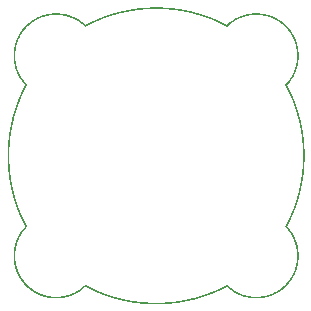
<source format=gko>
G04                                                      *
G04 Greetings!                                           *
G04 This Gerber was generated by PCBmodE, an open source *
G04 PCB design software. Get it here:                    *
G04                                                      *
G04   http://pcbmode.com                                 *
G04                                                      *
G04 Also visit                                           *
G04                                                      *
G04   http://boldport.com                                *
G04                                                      *
G04 and follow @boldport / @pcbmode for updates!         *
G04                                                      *

G04 leading zeros omitted (L); absolute data (A); 6 integer digits and 6 fractional digits *
%FSLAX66Y66*%

G04 mode (MO): millimeters (MM) *
%MOMM*%

G04 Aperture definitions *
%ADD10C,0.001X*%
%ADD11C,0.001X*%
%ADD20C,0.05X*%

%LPD*%
D20*
G01X12525547Y-0000156D02*
G01X12525547Y-0000156D01*
G01X12462759Y-0000000D01*
G01X12399991Y-0000160D01*
G01X12337244Y-0000635D01*
G01X12274519Y-0001426D01*
G01X12211818Y-0002531D01*
G01X12149141Y-0003952D01*
G01X12086490Y-0005686D01*
G01X12023866Y-0007735D01*
G01X11961270Y-0010097D01*
G01X11898702Y-0012773D01*
G01X11836165Y-0015761D01*
G01X11773660Y-0019063D01*
G01X11711186Y-0022677D01*
G01X11648747Y-0026603D01*
G01X11586342Y-0030841D01*
G01X11523972Y-0035390D01*
G01X11461640Y-0040251D01*
G01X11399346Y-0045423D01*
G01X11337090Y-0050905D01*
G01X11274876Y-0056698D01*
G01X11212702Y-0062801D01*
G01X11150571Y-0069213D01*
G01X11088484Y-0075935D01*
G01X11026441Y-0082965D01*
G01X10964444Y-0090305D01*
G01X10902495Y-0097953D01*
G01X10840593Y-0105909D01*
G01X10778741Y-0114173D01*
G01X10716939Y-0122745D01*
G01X10655188Y-0131624D01*
G01X10593490Y-0140809D01*
G01X10531846Y-0150302D01*
G01X10470257Y-0160100D01*
G01X10408723Y-0170205D01*
G01X10347247Y-0180615D01*
G01X10285829Y-0191331D01*
G01X10224471Y-0202352D01*
G01X10163172Y-0213677D01*
G01X10101936Y-0225307D01*
G01X10040762Y-0237242D01*
G01X9979652Y-0249480D01*
G01X9918607Y-0262021D01*
G01X9857628Y-0274866D01*
G01X9796716Y-0288013D01*
G01X9735872Y-0301464D01*
G01X9675098Y-0315216D01*
G01X9614394Y-0329271D01*
G01X9553763Y-0343627D01*
G01X9493204Y-0358284D01*
G01X9432718Y-0373243D01*
G01X9372308Y-0388502D01*
G01X9311974Y-0404062D01*
G01X9251718Y-0419922D01*
G01X9191539Y-0436082D01*
G01X9131441Y-0452541D01*
G01X9071423Y-0469299D01*
G01X9011486Y-0486357D01*
G01X8951633Y-0503713D01*
G01X8891864Y-0521367D01*
G01X8832179Y-0539319D01*
G01X8772581Y-0557569D01*
G01X8713071Y-0576116D01*
G01X8653649Y-0594961D01*
G01X8594316Y-0614102D01*
G01X8535074Y-0633539D01*
G01X8475925Y-0653273D01*
G01X8416868Y-0673302D01*
G01X8357905Y-0693627D01*
G01X8299037Y-0714247D01*
G01X8240266Y-0735162D01*
G01X8181593Y-0756371D01*
G01X8123018Y-0777875D01*
G01X8064542Y-0799673D01*
G01X8006168Y-0821764D01*
G01X7947895Y-0844149D01*
G01X7889726Y-0866827D01*
G01X7831660Y-0889798D01*
G01X7773700Y-0913060D01*
G01X7715847Y-0936616D01*
G01X7658101Y-0960462D01*
G01X7600464Y-0984601D01*
G01X7542936Y-1009030D01*
G01X7485520Y-1033751D01*
G01X7428216Y-1058762D01*
G01X7371024Y-1084063D01*
G01X7313947Y-1109654D01*
G01X7256986Y-1135535D01*
G01X7200141Y-1161705D01*
G01X7143414Y-1188164D01*
G01X7086805Y-1214912D01*
G01X7030317Y-1241949D01*
G01X6973949Y-1269273D01*
G01X6917704Y-1296885D01*
G01X6861581Y-1324785D01*
G01X6805584Y-1352972D01*
G01X6749711Y-1381446D01*
G01X6693966Y-1410206D01*
G01X6638348Y-1439253D01*
G01X6582859Y-1468585D01*
G01X6527500Y-1498203D01*
G01X6527500Y-1498203D01*
G01X6527500Y-1498203D01*
G01X6487026Y-1459566D01*
G01X6446014Y-1421623D01*
G01X6404473Y-1384381D01*
G01X6362411Y-1347842D01*
G01X6319839Y-1312012D01*
G01X6276766Y-1276893D01*
G01X6233201Y-1242491D01*
G01X6189153Y-1208810D01*
G01X6144631Y-1175853D01*
G01X6099645Y-1143625D01*
G01X6054203Y-1112130D01*
G01X6008316Y-1081372D01*
G01X5961992Y-1051356D01*
G01X5915241Y-1022086D01*
G01X5868072Y-0993565D01*
G01X5820494Y-0965798D01*
G01X5772516Y-0938789D01*
G01X5724147Y-0912543D01*
G01X5675398Y-0887063D01*
G01X5626277Y-0862354D01*
G01X5576792Y-0838419D01*
G01X5526955Y-0815264D01*
G01X5476773Y-0792891D01*
G01X5426257Y-0771307D01*
G01X5375414Y-0750513D01*
G01X5324255Y-0730516D01*
G01X5272789Y-0711318D01*
G01X5221026Y-0692925D01*
G01X5168973Y-0675339D01*
G01X5116641Y-0658567D01*
G01X5064038Y-0642610D01*
G01X5011175Y-0627475D01*
G01X4958060Y-0613165D01*
G01X4904702Y-0599683D01*
G01X4851112Y-0587035D01*
G01X4797297Y-0575225D01*
G01X4743267Y-0564256D01*
G01X4689032Y-0554133D01*
G01X4634601Y-0544860D01*
G01X4579983Y-0536442D01*
G01X4525186Y-0528881D01*
G01X4470222Y-0522184D01*
G01X4415098Y-0516353D01*
G01X4359824Y-0511393D01*
G01X4304409Y-0507308D01*
G01X4248863Y-0504102D01*
G01X4193194Y-0501780D01*
G01X4137413Y-0500346D01*
G01X4081527Y-0499803D01*
G01X4025547Y-0500156D01*
G01X4025547Y-0500156D01*
G01X4025547Y-0500156D01*
G01X3967263Y-0500629D01*
G01X3909208Y-0502041D01*
G01X3851387Y-0504386D01*
G01X3793808Y-0507657D01*
G01X3736480Y-0511846D01*
G01X3679408Y-0516946D01*
G01X3622600Y-0522950D01*
G01X3566064Y-0529851D01*
G01X3509806Y-0537640D01*
G01X3453835Y-0546311D01*
G01X3398156Y-0555857D01*
G01X3342779Y-0566271D01*
G01X3287709Y-0577544D01*
G01X3232954Y-0589671D01*
G01X3178521Y-0602643D01*
G01X3124418Y-0616453D01*
G01X3070652Y-0631094D01*
G01X3017230Y-0646560D01*
G01X2964159Y-0662841D01*
G01X2911447Y-0679932D01*
G01X2859101Y-0697825D01*
G01X2807129Y-0716512D01*
G01X2755536Y-0735988D01*
G01X2704331Y-0756243D01*
G01X2653522Y-0777271D01*
G01X2603114Y-0799065D01*
G01X2553116Y-0821617D01*
G01X2503535Y-0844920D01*
G01X2454378Y-0868967D01*
G01X2405653Y-0893751D01*
G01X2357366Y-0919264D01*
G01X2309524Y-0945499D01*
G01X2262136Y-0972448D01*
G01X2215209Y-1000105D01*
G01X2168749Y-1028463D01*
G01X2122764Y-1057513D01*
G01X2077261Y-1087250D01*
G01X2032247Y-1117664D01*
G01X1987731Y-1148750D01*
G01X1943718Y-1180499D01*
G01X1900217Y-1212906D01*
G01X1857234Y-1245961D01*
G01X1814777Y-1279659D01*
G01X1772853Y-1313992D01*
G01X1731469Y-1348952D01*
G01X1690633Y-1384532D01*
G01X1650352Y-1420725D01*
G01X1610633Y-1457525D01*
G01X1571484Y-1494922D01*
G01X1532911Y-1532911D01*
G01X1494922Y-1571484D01*
G01X1457525Y-1610633D01*
G01X1420725Y-1650352D01*
G01X1384532Y-1690633D01*
G01X1348952Y-1731469D01*
G01X1313992Y-1772853D01*
G01X1279659Y-1814777D01*
G01X1245961Y-1857234D01*
G01X1212906Y-1900217D01*
G01X1180499Y-1943718D01*
G01X1148750Y-1987731D01*
G01X1117664Y-2032247D01*
G01X1087250Y-2077261D01*
G01X1057513Y-2122764D01*
G01X1028463Y-2168749D01*
G01X1000105Y-2215209D01*
G01X0972448Y-2262136D01*
G01X0945499Y-2309524D01*
G01X0919264Y-2357366D01*
G01X0893751Y-2405653D01*
G01X0868967Y-2454378D01*
G01X0844920Y-2503535D01*
G01X0821617Y-2553116D01*
G01X0799065Y-2603114D01*
G01X0777271Y-2653522D01*
G01X0756243Y-2704331D01*
G01X0735988Y-2755536D01*
G01X0716512Y-2807129D01*
G01X0697825Y-2859101D01*
G01X0679932Y-2911447D01*
G01X0662841Y-2964159D01*
G01X0646560Y-3017230D01*
G01X0631094Y-3070652D01*
G01X0616453Y-3124418D01*
G01X0602643Y-3178521D01*
G01X0589671Y-3232954D01*
G01X0577544Y-3287709D01*
G01X0566271Y-3342779D01*
G01X0555857Y-3398156D01*
G01X0546311Y-3453835D01*
G01X0537640Y-3509806D01*
G01X0529851Y-3566064D01*
G01X0522950Y-3622600D01*
G01X0516946Y-3679408D01*
G01X0511846Y-3736480D01*
G01X0507657Y-3793808D01*
G01X0504386Y-3851387D01*
G01X0502041Y-3909208D01*
G01X0500629Y-3967263D01*
G01X0500156Y-4025547D01*
G01X0500156Y-4025547D01*
G01X0500156Y-4025547D01*
G01X0499803Y-4081527D01*
G01X0500345Y-4137413D01*
G01X0501780Y-4193194D01*
G01X0504102Y-4248863D01*
G01X0507307Y-4304409D01*
G01X0511392Y-4359824D01*
G01X0516352Y-4415098D01*
G01X0522183Y-4470222D01*
G01X0528881Y-4525186D01*
G01X0536441Y-4579983D01*
G01X0544859Y-4634601D01*
G01X0554132Y-4689032D01*
G01X0564255Y-4743267D01*
G01X0575224Y-4797297D01*
G01X0587034Y-4851112D01*
G01X0599682Y-4904702D01*
G01X0613164Y-4958060D01*
G01X0627474Y-5011175D01*
G01X0642609Y-5064038D01*
G01X0658566Y-5116641D01*
G01X0675339Y-5168973D01*
G01X0692924Y-5221026D01*
G01X0711317Y-5272789D01*
G01X0730515Y-5324255D01*
G01X0750513Y-5375414D01*
G01X0771306Y-5426257D01*
G01X0792891Y-5476773D01*
G01X0815263Y-5526955D01*
G01X0838418Y-5576792D01*
G01X0862353Y-5626277D01*
G01X0887062Y-5675398D01*
G01X0912542Y-5724147D01*
G01X0938789Y-5772516D01*
G01X0965797Y-5820494D01*
G01X0993564Y-5868072D01*
G01X1022085Y-5915241D01*
G01X1051356Y-5961992D01*
G01X1081372Y-6008316D01*
G01X1112130Y-6054203D01*
G01X1143625Y-6099645D01*
G01X1175853Y-6144631D01*
G01X1208810Y-6189153D01*
G01X1242491Y-6233201D01*
G01X1276893Y-6276766D01*
G01X1312012Y-6319839D01*
G01X1347842Y-6362411D01*
G01X1384381Y-6404473D01*
G01X1421623Y-6446014D01*
G01X1459566Y-6487026D01*
G01X1498203Y-6527500D01*
G01X1498203Y-6527500D01*
G01X1498203Y-6527500D01*
G01X1468585Y-6582859D01*
G01X1439253Y-6638348D01*
G01X1410206Y-6693966D01*
G01X1381446Y-6749711D01*
G01X1352972Y-6805584D01*
G01X1324785Y-6861581D01*
G01X1296885Y-6917704D01*
G01X1269273Y-6973949D01*
G01X1241949Y-7030317D01*
G01X1214912Y-7086805D01*
G01X1188164Y-7143414D01*
G01X1161705Y-7200141D01*
G01X1135535Y-7256986D01*
G01X1109654Y-7313947D01*
G01X1084063Y-7371024D01*
G01X1058762Y-7428216D01*
G01X1033751Y-7485520D01*
G01X1009030Y-7542936D01*
G01X0984600Y-7600464D01*
G01X0960462Y-7658101D01*
G01X0936615Y-7715847D01*
G01X0913060Y-7773700D01*
G01X0889797Y-7831660D01*
G01X0866827Y-7889726D01*
G01X0844149Y-7947895D01*
G01X0821764Y-8006168D01*
G01X0799672Y-8064542D01*
G01X0777875Y-8123018D01*
G01X0756371Y-8181593D01*
G01X0735161Y-8240266D01*
G01X0714246Y-8299037D01*
G01X0693626Y-8357905D01*
G01X0673301Y-8416868D01*
G01X0653272Y-8475925D01*
G01X0633538Y-8535074D01*
G01X0614101Y-8594316D01*
G01X0594960Y-8653649D01*
G01X0576115Y-8713071D01*
G01X0557568Y-8772581D01*
G01X0539318Y-8832179D01*
G01X0521366Y-8891864D01*
G01X0503712Y-8951633D01*
G01X0486356Y-9011486D01*
G01X0469298Y-9071423D01*
G01X0452540Y-9131441D01*
G01X0436081Y-9191539D01*
G01X0419921Y-9251718D01*
G01X0404061Y-9311974D01*
G01X0388501Y-9372308D01*
G01X0373242Y-9432718D01*
G01X0358283Y-9493204D01*
G01X0343626Y-9553763D01*
G01X0329269Y-9614394D01*
G01X0315215Y-9675098D01*
G01X0301462Y-9735872D01*
G01X0288012Y-9796716D01*
G01X0274865Y-9857628D01*
G01X0262020Y-9918607D01*
G01X0249478Y-9979652D01*
G01X0237240Y-10040762D01*
G01X0225306Y-10101936D01*
G01X0213676Y-10163172D01*
G01X0202351Y-10224471D01*
G01X0191330Y-10285829D01*
G01X0180614Y-10347247D01*
G01X0170204Y-10408723D01*
G01X0160099Y-10470257D01*
G01X0150300Y-10531846D01*
G01X0140808Y-10593490D01*
G01X0131622Y-10655188D01*
G01X0122744Y-10716939D01*
G01X0114172Y-10778741D01*
G01X0105908Y-10840593D01*
G01X0097952Y-10902495D01*
G01X0090304Y-10964444D01*
G01X0082964Y-11026441D01*
G01X0075933Y-11088484D01*
G01X0069212Y-11150571D01*
G01X0062799Y-11212702D01*
G01X0056697Y-11274876D01*
G01X0050904Y-11337090D01*
G01X0045422Y-11399346D01*
G01X0040250Y-11461640D01*
G01X0035389Y-11523972D01*
G01X0030840Y-11586342D01*
G01X0026602Y-11648747D01*
G01X0022676Y-11711186D01*
G01X0019062Y-11773660D01*
G01X0015760Y-11836165D01*
G01X0012772Y-11898702D01*
G01X0010096Y-11961270D01*
G01X0007734Y-12023866D01*
G01X0005686Y-12086490D01*
G01X0003951Y-12149141D01*
G01X0002531Y-12211818D01*
G01X0001426Y-12274519D01*
G01X0000635Y-12337244D01*
G01X0000160Y-12399991D01*
G01X0000000Y-12462759D01*
G01X0000156Y-12525547D01*
G01X0000156Y-12525547D01*
G01X0000156Y-12525547D01*
G01X0000000Y-12588335D01*
G01X0000160Y-12651104D01*
G01X0000635Y-12713851D01*
G01X0001426Y-12776575D01*
G01X0002531Y-12839277D01*
G01X0003952Y-12901953D01*
G01X0005686Y-12964604D01*
G01X0007735Y-13027228D01*
G01X0010097Y-13089825D01*
G01X0012773Y-13152392D01*
G01X0015761Y-13214929D01*
G01X0019063Y-13277435D01*
G01X0022677Y-13339908D01*
G01X0026603Y-13402348D01*
G01X0030841Y-13464753D01*
G01X0035390Y-13527122D01*
G01X0040251Y-13589454D01*
G01X0045423Y-13651749D01*
G01X0050905Y-13714004D01*
G01X0056698Y-13776219D01*
G01X0062801Y-13838392D01*
G01X0069213Y-13900523D01*
G01X0075935Y-13962611D01*
G01X0082965Y-14024653D01*
G01X0090305Y-14086650D01*
G01X0097953Y-14148600D01*
G01X0105909Y-14210501D01*
G01X0114173Y-14272354D01*
G01X0122745Y-14334156D01*
G01X0131624Y-14395906D01*
G01X0140809Y-14457604D01*
G01X0150302Y-14519248D01*
G01X0160100Y-14580837D01*
G01X0170205Y-14642371D01*
G01X0180615Y-14703847D01*
G01X0191331Y-14765265D01*
G01X0202352Y-14826624D01*
G01X0213677Y-14887922D01*
G01X0225307Y-14949159D01*
G01X0237242Y-15010332D01*
G01X0249480Y-15071443D01*
G01X0262021Y-15132488D01*
G01X0274866Y-15193467D01*
G01X0288013Y-15254379D01*
G01X0301464Y-15315222D01*
G01X0315216Y-15375996D01*
G01X0329271Y-15436700D01*
G01X0343627Y-15497332D01*
G01X0358284Y-15557891D01*
G01X0373243Y-15618376D01*
G01X0388502Y-15678786D01*
G01X0404062Y-15739120D01*
G01X0419922Y-15799377D01*
G01X0436082Y-15859555D01*
G01X0452541Y-15919654D01*
G01X0469299Y-15979672D01*
G01X0486357Y-16039608D01*
G01X0503713Y-16099461D01*
G01X0521367Y-16159231D01*
G01X0539319Y-16218915D01*
G01X0557569Y-16278513D01*
G01X0576116Y-16338024D01*
G01X0594961Y-16397446D01*
G01X0614102Y-16456778D01*
G01X0633539Y-16516020D01*
G01X0653273Y-16575170D01*
G01X0673302Y-16634227D01*
G01X0693627Y-16693189D01*
G01X0714247Y-16752057D01*
G01X0735162Y-16810828D01*
G01X0756371Y-16869502D01*
G01X0777875Y-16928077D01*
G01X0799673Y-16986552D01*
G01X0821764Y-17044927D01*
G01X0844149Y-17103199D01*
G01X0866827Y-17161369D01*
G01X0889798Y-17219434D01*
G01X0913060Y-17277394D01*
G01X0936616Y-17335247D01*
G01X0960462Y-17392993D01*
G01X0984601Y-17450631D01*
G01X1009030Y-17508158D01*
G01X1033751Y-17565574D01*
G01X1058762Y-17622879D01*
G01X1084063Y-17680070D01*
G01X1109654Y-17737147D01*
G01X1135535Y-17794108D01*
G01X1161705Y-17850953D01*
G01X1188164Y-17907681D01*
G01X1214912Y-17964289D01*
G01X1241949Y-18020778D01*
G01X1269273Y-18077145D01*
G01X1296885Y-18133391D01*
G01X1324785Y-18189513D01*
G01X1352972Y-18245511D01*
G01X1381446Y-18301383D01*
G01X1410206Y-18357128D01*
G01X1439253Y-18412746D01*
G01X1468585Y-18468235D01*
G01X1498203Y-18523594D01*
G01X1498203Y-18523594D01*
G01X1498203Y-18523594D01*
G01X1459566Y-18564068D01*
G01X1421623Y-18605080D01*
G01X1384381Y-18646622D01*
G01X1347842Y-18688683D01*
G01X1312012Y-18731255D01*
G01X1276893Y-18774328D01*
G01X1242491Y-18817893D01*
G01X1208810Y-18861942D01*
G01X1175853Y-18906463D01*
G01X1143625Y-18951450D01*
G01X1112130Y-18996891D01*
G01X1081372Y-19042778D01*
G01X1051356Y-19089102D01*
G01X1022086Y-19135853D01*
G01X0993565Y-19183022D01*
G01X0965798Y-19230601D01*
G01X0938789Y-19278579D01*
G01X0912543Y-19326947D01*
G01X0887063Y-19375696D01*
G01X0862354Y-19424818D01*
G01X0838419Y-19474302D01*
G01X0815264Y-19524139D01*
G01X0792891Y-19574321D01*
G01X0771307Y-19624838D01*
G01X0750513Y-19675680D01*
G01X0730516Y-19726839D01*
G01X0711318Y-19778305D01*
G01X0692925Y-19830069D01*
G01X0675339Y-19882121D01*
G01X0658567Y-19934454D01*
G01X0642610Y-19987056D01*
G01X0627475Y-20039919D01*
G01X0613165Y-20093034D01*
G01X0599683Y-20146392D01*
G01X0587035Y-20199983D01*
G01X0575225Y-20253798D01*
G01X0564256Y-20307827D01*
G01X0554133Y-20362062D01*
G01X0544860Y-20416493D01*
G01X0536442Y-20471112D01*
G01X0528881Y-20525908D01*
G01X0522184Y-20580873D01*
G01X0516353Y-20635996D01*
G01X0511393Y-20691270D01*
G01X0507308Y-20746685D01*
G01X0504102Y-20802231D01*
G01X0501780Y-20857900D01*
G01X0500346Y-20913682D01*
G01X0499803Y-20969567D01*
G01X0500156Y-21025547D01*
G01X0500156Y-21025547D01*
G01X0500156Y-21025547D01*
G01X0500629Y-21083831D01*
G01X0502041Y-21141887D01*
G01X0504386Y-21199708D01*
G01X0507657Y-21257286D01*
G01X0511846Y-21314615D01*
G01X0516946Y-21371687D01*
G01X0522950Y-21428494D01*
G01X0529851Y-21485031D01*
G01X0537640Y-21541288D01*
G01X0546311Y-21597260D01*
G01X0555857Y-21652938D01*
G01X0566271Y-21708316D01*
G01X0577544Y-21763386D01*
G01X0589671Y-21818140D01*
G01X0602643Y-21872573D01*
G01X0616453Y-21926676D01*
G01X0631094Y-21980442D01*
G01X0646560Y-22033864D01*
G01X0662841Y-22086935D01*
G01X0679932Y-22139647D01*
G01X0697825Y-22191993D01*
G01X0716512Y-22243966D01*
G01X0735988Y-22295558D01*
G01X0756243Y-22346763D01*
G01X0777271Y-22397573D01*
G01X0799065Y-22447980D01*
G01X0821617Y-22497978D01*
G01X0844920Y-22547559D01*
G01X0868967Y-22596716D01*
G01X0893751Y-22645442D01*
G01X0919264Y-22693729D01*
G01X0945499Y-22741570D01*
G01X0972448Y-22788958D01*
G01X1000105Y-22835886D01*
G01X1028463Y-22882346D01*
G01X1057513Y-22928331D01*
G01X1087250Y-22973834D01*
G01X1117664Y-23018847D01*
G01X1148750Y-23063364D01*
G01X1180499Y-23107376D01*
G01X1212906Y-23150878D01*
G01X1245961Y-23193860D01*
G01X1279659Y-23236317D01*
G01X1313992Y-23278241D01*
G01X1348952Y-23319625D01*
G01X1384532Y-23360461D01*
G01X1420725Y-23400742D01*
G01X1457525Y-23440461D01*
G01X1494922Y-23479610D01*
G01X1532911Y-23518183D01*
G01X1571484Y-23556172D01*
G01X1610633Y-23593570D01*
G01X1650352Y-23630369D01*
G01X1690633Y-23666562D01*
G01X1731469Y-23702143D01*
G01X1772853Y-23737103D01*
G01X1814777Y-23771435D01*
G01X1857234Y-23805133D01*
G01X1900217Y-23838189D01*
G01X1943718Y-23870595D01*
G01X1987731Y-23902344D01*
G01X2032247Y-23933430D01*
G01X2077261Y-23963845D01*
G01X2122764Y-23993581D01*
G01X2168749Y-24022631D01*
G01X2215209Y-24050989D01*
G01X2262136Y-24078646D01*
G01X2309524Y-24105596D01*
G01X2357366Y-24131831D01*
G01X2405653Y-24157344D01*
G01X2454378Y-24182127D01*
G01X2503535Y-24206174D01*
G01X2553116Y-24229478D01*
G01X2603114Y-24252030D01*
G01X2653522Y-24273823D01*
G01X2704331Y-24294852D01*
G01X2755536Y-24315107D01*
G01X2807129Y-24334582D01*
G01X2859101Y-24353269D01*
G01X2911447Y-24371162D01*
G01X2964159Y-24388253D01*
G01X3017230Y-24404535D01*
G01X3070652Y-24420000D01*
G01X3124418Y-24434641D01*
G01X3178521Y-24448452D01*
G01X3232954Y-24461424D01*
G01X3287709Y-24473550D01*
G01X3342779Y-24484823D01*
G01X3398156Y-24495237D01*
G01X3453835Y-24504783D01*
G01X3509806Y-24513454D01*
G01X3566064Y-24521244D01*
G01X3622600Y-24528144D01*
G01X3679408Y-24534148D01*
G01X3736480Y-24539248D01*
G01X3793808Y-24543437D01*
G01X3851387Y-24546708D01*
G01X3909208Y-24549053D01*
G01X3967263Y-24550466D01*
G01X4025547Y-24550938D01*
G01X4025547Y-24550938D01*
G01X4025547Y-24550938D01*
G01X4081527Y-24551292D01*
G01X4137413Y-24550749D01*
G01X4193194Y-24549315D01*
G01X4248863Y-24546992D01*
G01X4304409Y-24543787D01*
G01X4359824Y-24539702D01*
G01X4415098Y-24534742D01*
G01X4470222Y-24528911D01*
G01X4525186Y-24522214D01*
G01X4579983Y-24514653D01*
G01X4634601Y-24506235D01*
G01X4689032Y-24496962D01*
G01X4743267Y-24486839D01*
G01X4797297Y-24475870D01*
G01X4851112Y-24464060D01*
G01X4904702Y-24451412D01*
G01X4958060Y-24437931D01*
G01X5011175Y-24423620D01*
G01X5064038Y-24408485D01*
G01X5116641Y-24392529D01*
G01X5168973Y-24375756D01*
G01X5221026Y-24358170D01*
G01X5272789Y-24339777D01*
G01X5324255Y-24320579D01*
G01X5375414Y-24300582D01*
G01X5426257Y-24279788D01*
G01X5476773Y-24258203D01*
G01X5526955Y-24235831D01*
G01X5576792Y-24212676D01*
G01X5626277Y-24188741D01*
G01X5675398Y-24164032D01*
G01X5724147Y-24138552D01*
G01X5772516Y-24112306D01*
G01X5820494Y-24085297D01*
G01X5868072Y-24057530D01*
G01X5915241Y-24029009D01*
G01X5961992Y-23999738D01*
G01X6008316Y-23969722D01*
G01X6054203Y-23938965D01*
G01X6099645Y-23907470D01*
G01X6144631Y-23875242D01*
G01X6189153Y-23842285D01*
G01X6233201Y-23808603D01*
G01X6276766Y-23774201D01*
G01X6319839Y-23739083D01*
G01X6362411Y-23703252D01*
G01X6404473Y-23666713D01*
G01X6446014Y-23629471D01*
G01X6487026Y-23591529D01*
G01X6527500Y-23552891D01*
G01X6527500Y-23552891D01*
G01X6527500Y-23552891D01*
G01X6582859Y-23582509D01*
G01X6638348Y-23611842D01*
G01X6693966Y-23640888D01*
G01X6749711Y-23669649D01*
G01X6805584Y-23698122D01*
G01X6861581Y-23726309D01*
G01X6917704Y-23754209D01*
G01X6973949Y-23781821D01*
G01X7030317Y-23809146D01*
G01X7086805Y-23836182D01*
G01X7143414Y-23862930D01*
G01X7200141Y-23889389D01*
G01X7256986Y-23915559D01*
G01X7313947Y-23941440D01*
G01X7371024Y-23967032D01*
G01X7428216Y-23992333D01*
G01X7485520Y-24017344D01*
G01X7542936Y-24042064D01*
G01X7600464Y-24066494D01*
G01X7658101Y-24090632D01*
G01X7715847Y-24114479D01*
G01X7773700Y-24138034D01*
G01X7831660Y-24161297D01*
G01X7889726Y-24184268D01*
G01X7947895Y-24206946D01*
G01X8006168Y-24229330D01*
G01X8064542Y-24251422D01*
G01X8123018Y-24273220D01*
G01X8181593Y-24294723D01*
G01X8240266Y-24315933D01*
G01X8299037Y-24336848D01*
G01X8357905Y-24357468D01*
G01X8416868Y-24377793D01*
G01X8475925Y-24397822D01*
G01X8535074Y-24417556D01*
G01X8594316Y-24436994D01*
G01X8653649Y-24456135D01*
G01X8713071Y-24474979D01*
G01X8772581Y-24493526D01*
G01X8832179Y-24511776D01*
G01X8891864Y-24529728D01*
G01X8951633Y-24547383D01*
G01X9011486Y-24564738D01*
G01X9071423Y-24581796D01*
G01X9131441Y-24598554D01*
G01X9191539Y-24615014D01*
G01X9251718Y-24631173D01*
G01X9311974Y-24647033D01*
G01X9372308Y-24662593D01*
G01X9432718Y-24677853D01*
G01X9493204Y-24692811D01*
G01X9553763Y-24707469D01*
G01X9614394Y-24721825D01*
G01X9675098Y-24735879D01*
G01X9735872Y-24749632D01*
G01X9796716Y-24763082D01*
G01X9857628Y-24776230D01*
G01X9918607Y-24789075D01*
G01X9979652Y-24801616D01*
G01X10040762Y-24813854D01*
G01X10101936Y-24825788D01*
G01X10163172Y-24837418D01*
G01X10224471Y-24848744D01*
G01X10285829Y-24859764D01*
G01X10347247Y-24870480D01*
G01X10408723Y-24880891D01*
G01X10470257Y-24890995D01*
G01X10531846Y-24900794D01*
G01X10593490Y-24910286D01*
G01X10655188Y-24919472D01*
G01X10716939Y-24928351D01*
G01X10778741Y-24936922D01*
G01X10840593Y-24945186D01*
G01X10902495Y-24953142D01*
G01X10964444Y-24960791D01*
G01X11026441Y-24968130D01*
G01X11088484Y-24975161D01*
G01X11150571Y-24981883D01*
G01X11212702Y-24988295D01*
G01X11274876Y-24994398D01*
G01X11337090Y-25000190D01*
G01X11399346Y-25005673D01*
G01X11461640Y-25010844D01*
G01X11523972Y-25015705D01*
G01X11586342Y-25020254D01*
G01X11648747Y-25024492D01*
G01X11711186Y-25028418D01*
G01X11773660Y-25032032D01*
G01X11836165Y-25035334D01*
G01X11898702Y-25038323D01*
G01X11961270Y-25040998D01*
G01X12023866Y-25043360D01*
G01X12086490Y-25045409D01*
G01X12149141Y-25047143D01*
G01X12211818Y-25048563D01*
G01X12274519Y-25049669D01*
G01X12337244Y-25050459D01*
G01X12399991Y-25050935D01*
G01X12462759Y-25051094D01*
G01X12525547Y-25050938D01*
G01X12525547Y-25050938D01*
G01X12525547Y-25050938D01*
G01X12588335Y-25051094D01*
G01X12651104Y-25050934D01*
G01X12713851Y-25050459D01*
G01X12776575Y-25049668D01*
G01X12839277Y-25048563D01*
G01X12901953Y-25047143D01*
G01X12964604Y-25045408D01*
G01X13027228Y-25043360D01*
G01X13089825Y-25040997D01*
G01X13152392Y-25038322D01*
G01X13214929Y-25035333D01*
G01X13277435Y-25032032D01*
G01X13339908Y-25028418D01*
G01X13402348Y-25024491D01*
G01X13464753Y-25020253D01*
G01X13527122Y-25015704D01*
G01X13589454Y-25010843D01*
G01X13651749Y-25005671D01*
G01X13714004Y-25000189D01*
G01X13776219Y-24994396D01*
G01X13838392Y-24988294D01*
G01X13900523Y-24981881D01*
G01X13962611Y-24975160D01*
G01X14024653Y-24968129D01*
G01X14086650Y-24960789D01*
G01X14148600Y-24953141D01*
G01X14210501Y-24945185D01*
G01X14272354Y-24936921D01*
G01X14334156Y-24928349D01*
G01X14395906Y-24919471D01*
G01X14457604Y-24910285D01*
G01X14519248Y-24900792D01*
G01X14580837Y-24890994D01*
G01X14642371Y-24880889D01*
G01X14703847Y-24870479D01*
G01X14765265Y-24859763D01*
G01X14826624Y-24848742D01*
G01X14887922Y-24837417D01*
G01X14949159Y-24825787D01*
G01X15010332Y-24813853D01*
G01X15071443Y-24801615D01*
G01X15132488Y-24789073D01*
G01X15193467Y-24776229D01*
G01X15254379Y-24763081D01*
G01X15315222Y-24749631D01*
G01X15375996Y-24735878D01*
G01X15436700Y-24721824D01*
G01X15497332Y-24707468D01*
G01X15557891Y-24692810D01*
G01X15618376Y-24677851D01*
G01X15678786Y-24662592D01*
G01X15739120Y-24647032D01*
G01X15799377Y-24631172D01*
G01X15859555Y-24615013D01*
G01X15919654Y-24598553D01*
G01X15979672Y-24581795D01*
G01X16039608Y-24564738D01*
G01X16099461Y-24547382D01*
G01X16159231Y-24529727D01*
G01X16218915Y-24511775D01*
G01X16278513Y-24493525D01*
G01X16338024Y-24474978D01*
G01X16397446Y-24456134D01*
G01X16456778Y-24436993D01*
G01X16516020Y-24417555D01*
G01X16575170Y-24397822D01*
G01X16634227Y-24377792D01*
G01X16693189Y-24357468D01*
G01X16752057Y-24336847D01*
G01X16810828Y-24315932D01*
G01X16869502Y-24294723D01*
G01X16928077Y-24273219D01*
G01X16986552Y-24251421D01*
G01X17044927Y-24229330D01*
G01X17103199Y-24206945D01*
G01X17161369Y-24184267D01*
G01X17219434Y-24161297D01*
G01X17277394Y-24138034D01*
G01X17335247Y-24114479D01*
G01X17392993Y-24090632D01*
G01X17450631Y-24066494D01*
G01X17508158Y-24042064D01*
G01X17565574Y-24017344D01*
G01X17622879Y-23992333D01*
G01X17680070Y-23967031D01*
G01X17737147Y-23941440D01*
G01X17794108Y-23915559D01*
G01X17850953Y-23889389D01*
G01X17907681Y-23862930D01*
G01X17964289Y-23836182D01*
G01X18020778Y-23809146D01*
G01X18077145Y-23781821D01*
G01X18133391Y-23754209D01*
G01X18189513Y-23726309D01*
G01X18245511Y-23698122D01*
G01X18301383Y-23669649D01*
G01X18357128Y-23640888D01*
G01X18412746Y-23611842D01*
G01X18468235Y-23582509D01*
G01X18523594Y-23552891D01*
G01X18523594Y-23552891D01*
G01X18523594Y-23552891D01*
G01X18564068Y-23591529D01*
G01X18605080Y-23629471D01*
G01X18646622Y-23666713D01*
G01X18688683Y-23703252D01*
G01X18731255Y-23739083D01*
G01X18774328Y-23774201D01*
G01X18817893Y-23808603D01*
G01X18861942Y-23842285D01*
G01X18906463Y-23875241D01*
G01X18951450Y-23907469D01*
G01X18996891Y-23938964D01*
G01X19042778Y-23969722D01*
G01X19089102Y-23999738D01*
G01X19135853Y-24029009D01*
G01X19183022Y-24057530D01*
G01X19230601Y-24085296D01*
G01X19278579Y-24112305D01*
G01X19326947Y-24138552D01*
G01X19375696Y-24164032D01*
G01X19424818Y-24188741D01*
G01X19474302Y-24212675D01*
G01X19524139Y-24235831D01*
G01X19574321Y-24258203D01*
G01X19624838Y-24279788D01*
G01X19675680Y-24300581D01*
G01X19726839Y-24320578D01*
G01X19778305Y-24339776D01*
G01X19830069Y-24358170D01*
G01X19882121Y-24375755D01*
G01X19934454Y-24392528D01*
G01X19987056Y-24408484D01*
G01X20039919Y-24423619D01*
G01X20093034Y-24437930D01*
G01X20146392Y-24451411D01*
G01X20199983Y-24464059D01*
G01X20253798Y-24475870D01*
G01X20307827Y-24486838D01*
G01X20362062Y-24496961D01*
G01X20416493Y-24506234D01*
G01X20471112Y-24514653D01*
G01X20525908Y-24522213D01*
G01X20580873Y-24528911D01*
G01X20635996Y-24534742D01*
G01X20691270Y-24539702D01*
G01X20746685Y-24543786D01*
G01X20802231Y-24546992D01*
G01X20857900Y-24549314D01*
G01X20913682Y-24550749D01*
G01X20969567Y-24551291D01*
G01X21025547Y-24550938D01*
G01X21025547Y-24550938D01*
G01X21025547Y-24550938D01*
G01X21083831Y-24550466D01*
G01X21141887Y-24549053D01*
G01X21199708Y-24546708D01*
G01X21257286Y-24543437D01*
G01X21314615Y-24539248D01*
G01X21371687Y-24534148D01*
G01X21428494Y-24528144D01*
G01X21485031Y-24521244D01*
G01X21541288Y-24513454D01*
G01X21597260Y-24504783D01*
G01X21652938Y-24495237D01*
G01X21708316Y-24484823D01*
G01X21763386Y-24473550D01*
G01X21818140Y-24461424D01*
G01X21872573Y-24448452D01*
G01X21926676Y-24434641D01*
G01X21980442Y-24420000D01*
G01X22033864Y-24404535D01*
G01X22086935Y-24388253D01*
G01X22139647Y-24371162D01*
G01X22191993Y-24353269D01*
G01X22243966Y-24334582D01*
G01X22295558Y-24315107D01*
G01X22346763Y-24294852D01*
G01X22397573Y-24273823D01*
G01X22447980Y-24252030D01*
G01X22497978Y-24229478D01*
G01X22547559Y-24206174D01*
G01X22596716Y-24182127D01*
G01X22645442Y-24157344D01*
G01X22693729Y-24131831D01*
G01X22741570Y-24105596D01*
G01X22788958Y-24078646D01*
G01X22835886Y-24050989D01*
G01X22882346Y-24022631D01*
G01X22928331Y-23993581D01*
G01X22973834Y-23963845D01*
G01X23018847Y-23933430D01*
G01X23063364Y-23902344D01*
G01X23107376Y-23870595D01*
G01X23150878Y-23838189D01*
G01X23193860Y-23805133D01*
G01X23236317Y-23771435D01*
G01X23278241Y-23737103D01*
G01X23319625Y-23702143D01*
G01X23360461Y-23666562D01*
G01X23400742Y-23630369D01*
G01X23440461Y-23593570D01*
G01X23479610Y-23556172D01*
G01X23518183Y-23518183D01*
G01X23556172Y-23479610D01*
G01X23593570Y-23440461D01*
G01X23630369Y-23400742D01*
G01X23666562Y-23360461D01*
G01X23702143Y-23319625D01*
G01X23737103Y-23278241D01*
G01X23771435Y-23236317D01*
G01X23805133Y-23193860D01*
G01X23838189Y-23150878D01*
G01X23870595Y-23107376D01*
G01X23902344Y-23063364D01*
G01X23933430Y-23018847D01*
G01X23963845Y-22973834D01*
G01X23993581Y-22928331D01*
G01X24022631Y-22882346D01*
G01X24050989Y-22835886D01*
G01X24078646Y-22788958D01*
G01X24105596Y-22741570D01*
G01X24131831Y-22693729D01*
G01X24157344Y-22645442D01*
G01X24182127Y-22596716D01*
G01X24206174Y-22547559D01*
G01X24229478Y-22497978D01*
G01X24252030Y-22447980D01*
G01X24273823Y-22397573D01*
G01X24294852Y-22346763D01*
G01X24315107Y-22295558D01*
G01X24334582Y-22243966D01*
G01X24353269Y-22191993D01*
G01X24371162Y-22139647D01*
G01X24388253Y-22086935D01*
G01X24404535Y-22033864D01*
G01X24420000Y-21980442D01*
G01X24434641Y-21926676D01*
G01X24448452Y-21872573D01*
G01X24461424Y-21818140D01*
G01X24473550Y-21763386D01*
G01X24484823Y-21708316D01*
G01X24495237Y-21652938D01*
G01X24504783Y-21597260D01*
G01X24513454Y-21541288D01*
G01X24521244Y-21485031D01*
G01X24528144Y-21428494D01*
G01X24534148Y-21371687D01*
G01X24539248Y-21314615D01*
G01X24543437Y-21257286D01*
G01X24546708Y-21199708D01*
G01X24549053Y-21141887D01*
G01X24550466Y-21083831D01*
G01X24550938Y-21025547D01*
G01X24550938Y-21025547D01*
G01X24550938Y-21025547D01*
G01X24551291Y-20969567D01*
G01X24550749Y-20913682D01*
G01X24549314Y-20857900D01*
G01X24546992Y-20802231D01*
G01X24543786Y-20746685D01*
G01X24539702Y-20691270D01*
G01X24534742Y-20635996D01*
G01X24528911Y-20580873D01*
G01X24522213Y-20525908D01*
G01X24514653Y-20471112D01*
G01X24506234Y-20416493D01*
G01X24496961Y-20362062D01*
G01X24486838Y-20307827D01*
G01X24475870Y-20253798D01*
G01X24464059Y-20199983D01*
G01X24451411Y-20146392D01*
G01X24437930Y-20093034D01*
G01X24423619Y-20039919D01*
G01X24408484Y-19987056D01*
G01X24392528Y-19934454D01*
G01X24375755Y-19882121D01*
G01X24358170Y-19830069D01*
G01X24339776Y-19778305D01*
G01X24320578Y-19726839D01*
G01X24300581Y-19675680D01*
G01X24279788Y-19624838D01*
G01X24258203Y-19574321D01*
G01X24235831Y-19524139D01*
G01X24212675Y-19474302D01*
G01X24188741Y-19424818D01*
G01X24164032Y-19375696D01*
G01X24138552Y-19326947D01*
G01X24112305Y-19278579D01*
G01X24085296Y-19230601D01*
G01X24057530Y-19183022D01*
G01X24029009Y-19135853D01*
G01X23999738Y-19089102D01*
G01X23969722Y-19042778D01*
G01X23938964Y-18996891D01*
G01X23907469Y-18951450D01*
G01X23875241Y-18906463D01*
G01X23842285Y-18861942D01*
G01X23808603Y-18817893D01*
G01X23774201Y-18774328D01*
G01X23739083Y-18731255D01*
G01X23703252Y-18688683D01*
G01X23666713Y-18646622D01*
G01X23629471Y-18605080D01*
G01X23591529Y-18564068D01*
G01X23552891Y-18523594D01*
G01X23552891Y-18523594D01*
G01X23552891Y-18523594D01*
G01X23582509Y-18468235D01*
G01X23611842Y-18412746D01*
G01X23640888Y-18357128D01*
G01X23669649Y-18301383D01*
G01X23698122Y-18245511D01*
G01X23726309Y-18189513D01*
G01X23754209Y-18133391D01*
G01X23781821Y-18077145D01*
G01X23809146Y-18020778D01*
G01X23836182Y-17964289D01*
G01X23862930Y-17907681D01*
G01X23889389Y-17850953D01*
G01X23915559Y-17794108D01*
G01X23941440Y-17737147D01*
G01X23967032Y-17680070D01*
G01X23992333Y-17622879D01*
G01X24017344Y-17565574D01*
G01X24042064Y-17508158D01*
G01X24066494Y-17450631D01*
G01X24090632Y-17392993D01*
G01X24114479Y-17335247D01*
G01X24138034Y-17277394D01*
G01X24161297Y-17219434D01*
G01X24184268Y-17161369D01*
G01X24206946Y-17103199D01*
G01X24229330Y-17044927D01*
G01X24251422Y-16986552D01*
G01X24273220Y-16928077D01*
G01X24294723Y-16869502D01*
G01X24315933Y-16810828D01*
G01X24336848Y-16752057D01*
G01X24357468Y-16693189D01*
G01X24377793Y-16634227D01*
G01X24397822Y-16575170D01*
G01X24417556Y-16516020D01*
G01X24436994Y-16456778D01*
G01X24456135Y-16397446D01*
G01X24474979Y-16338024D01*
G01X24493526Y-16278513D01*
G01X24511776Y-16218915D01*
G01X24529728Y-16159231D01*
G01X24547383Y-16099461D01*
G01X24564738Y-16039608D01*
G01X24581796Y-15979672D01*
G01X24598554Y-15919654D01*
G01X24615014Y-15859555D01*
G01X24631173Y-15799377D01*
G01X24647033Y-15739120D01*
G01X24662593Y-15678786D01*
G01X24677853Y-15618376D01*
G01X24692811Y-15557891D01*
G01X24707469Y-15497332D01*
G01X24721825Y-15436700D01*
G01X24735879Y-15375996D01*
G01X24749632Y-15315222D01*
G01X24763082Y-15254379D01*
G01X24776230Y-15193467D01*
G01X24789075Y-15132488D01*
G01X24801616Y-15071443D01*
G01X24813854Y-15010332D01*
G01X24825788Y-14949159D01*
G01X24837418Y-14887922D01*
G01X24848744Y-14826624D01*
G01X24859764Y-14765265D01*
G01X24870480Y-14703847D01*
G01X24880891Y-14642371D01*
G01X24890995Y-14580837D01*
G01X24900794Y-14519248D01*
G01X24910286Y-14457604D01*
G01X24919472Y-14395906D01*
G01X24928351Y-14334156D01*
G01X24936922Y-14272354D01*
G01X24945186Y-14210501D01*
G01X24953142Y-14148600D01*
G01X24960791Y-14086650D01*
G01X24968130Y-14024653D01*
G01X24975161Y-13962611D01*
G01X24981883Y-13900523D01*
G01X24988295Y-13838392D01*
G01X24994398Y-13776219D01*
G01X25000190Y-13714004D01*
G01X25005673Y-13651749D01*
G01X25010844Y-13589454D01*
G01X25015705Y-13527122D01*
G01X25020254Y-13464753D01*
G01X25024492Y-13402348D01*
G01X25028418Y-13339908D01*
G01X25032032Y-13277435D01*
G01X25035334Y-13214929D01*
G01X25038323Y-13152392D01*
G01X25040998Y-13089825D01*
G01X25043360Y-13027228D01*
G01X25045409Y-12964604D01*
G01X25047143Y-12901953D01*
G01X25048563Y-12839277D01*
G01X25049669Y-12776575D01*
G01X25050459Y-12713851D01*
G01X25050935Y-12651104D01*
G01X25051094Y-12588335D01*
G01X25050938Y-12525547D01*
G01X25050938Y-12525547D01*
G01X25050938Y-12525547D01*
G01X25051094Y-12462759D01*
G01X25050934Y-12399991D01*
G01X25050459Y-12337244D01*
G01X25049668Y-12274519D01*
G01X25048563Y-12211818D01*
G01X25047143Y-12149141D01*
G01X25045408Y-12086490D01*
G01X25043360Y-12023866D01*
G01X25040997Y-11961270D01*
G01X25038322Y-11898702D01*
G01X25035333Y-11836165D01*
G01X25032032Y-11773660D01*
G01X25028418Y-11711186D01*
G01X25024491Y-11648747D01*
G01X25020253Y-11586342D01*
G01X25015704Y-11523972D01*
G01X25010843Y-11461640D01*
G01X25005671Y-11399346D01*
G01X25000189Y-11337090D01*
G01X24994396Y-11274876D01*
G01X24988294Y-11212702D01*
G01X24981881Y-11150571D01*
G01X24975160Y-11088484D01*
G01X24968129Y-11026441D01*
G01X24960789Y-10964444D01*
G01X24953141Y-10902495D01*
G01X24945185Y-10840593D01*
G01X24936921Y-10778741D01*
G01X24928349Y-10716939D01*
G01X24919471Y-10655188D01*
G01X24910285Y-10593490D01*
G01X24900792Y-10531846D01*
G01X24890994Y-10470257D01*
G01X24880889Y-10408723D01*
G01X24870479Y-10347247D01*
G01X24859763Y-10285829D01*
G01X24848742Y-10224471D01*
G01X24837417Y-10163172D01*
G01X24825787Y-10101936D01*
G01X24813853Y-10040762D01*
G01X24801615Y-9979652D01*
G01X24789073Y-9918607D01*
G01X24776229Y-9857628D01*
G01X24763081Y-9796716D01*
G01X24749631Y-9735872D01*
G01X24735878Y-9675098D01*
G01X24721824Y-9614394D01*
G01X24707468Y-9553763D01*
G01X24692810Y-9493204D01*
G01X24677851Y-9432718D01*
G01X24662592Y-9372308D01*
G01X24647032Y-9311974D01*
G01X24631172Y-9251718D01*
G01X24615013Y-9191539D01*
G01X24598553Y-9131441D01*
G01X24581795Y-9071423D01*
G01X24564738Y-9011486D01*
G01X24547382Y-8951633D01*
G01X24529727Y-8891864D01*
G01X24511775Y-8832179D01*
G01X24493525Y-8772581D01*
G01X24474978Y-8713071D01*
G01X24456134Y-8653649D01*
G01X24436993Y-8594316D01*
G01X24417555Y-8535074D01*
G01X24397822Y-8475925D01*
G01X24377792Y-8416868D01*
G01X24357468Y-8357905D01*
G01X24336847Y-8299037D01*
G01X24315932Y-8240266D01*
G01X24294723Y-8181593D01*
G01X24273219Y-8123018D01*
G01X24251421Y-8064542D01*
G01X24229330Y-8006168D01*
G01X24206945Y-7947895D01*
G01X24184267Y-7889726D01*
G01X24161297Y-7831660D01*
G01X24138034Y-7773700D01*
G01X24114479Y-7715847D01*
G01X24090632Y-7658101D01*
G01X24066494Y-7600464D01*
G01X24042064Y-7542936D01*
G01X24017344Y-7485520D01*
G01X23992333Y-7428216D01*
G01X23967031Y-7371024D01*
G01X23941440Y-7313947D01*
G01X23915559Y-7256986D01*
G01X23889389Y-7200141D01*
G01X23862930Y-7143414D01*
G01X23836182Y-7086805D01*
G01X23809146Y-7030317D01*
G01X23781821Y-6973949D01*
G01X23754209Y-6917704D01*
G01X23726309Y-6861581D01*
G01X23698122Y-6805584D01*
G01X23669649Y-6749711D01*
G01X23640888Y-6693966D01*
G01X23611842Y-6638348D01*
G01X23582509Y-6582859D01*
G01X23552891Y-6527500D01*
G01X23552891Y-6527500D01*
G01X23552891Y-6527500D01*
G01X23591529Y-6487026D01*
G01X23629471Y-6446014D01*
G01X23666713Y-6404473D01*
G01X23703252Y-6362411D01*
G01X23739083Y-6319839D01*
G01X23774201Y-6276766D01*
G01X23808603Y-6233201D01*
G01X23842285Y-6189153D01*
G01X23875241Y-6144631D01*
G01X23907469Y-6099645D01*
G01X23938964Y-6054203D01*
G01X23969722Y-6008316D01*
G01X23999738Y-5961992D01*
G01X24029009Y-5915241D01*
G01X24057530Y-5868072D01*
G01X24085296Y-5820494D01*
G01X24112305Y-5772516D01*
G01X24138552Y-5724147D01*
G01X24164032Y-5675398D01*
G01X24188741Y-5626277D01*
G01X24212675Y-5576792D01*
G01X24235831Y-5526955D01*
G01X24258203Y-5476773D01*
G01X24279788Y-5426257D01*
G01X24300581Y-5375414D01*
G01X24320578Y-5324255D01*
G01X24339776Y-5272789D01*
G01X24358170Y-5221026D01*
G01X24375755Y-5168973D01*
G01X24392528Y-5116641D01*
G01X24408484Y-5064038D01*
G01X24423619Y-5011175D01*
G01X24437930Y-4958060D01*
G01X24451411Y-4904702D01*
G01X24464059Y-4851112D01*
G01X24475870Y-4797297D01*
G01X24486838Y-4743267D01*
G01X24496961Y-4689032D01*
G01X24506234Y-4634601D01*
G01X24514653Y-4579983D01*
G01X24522213Y-4525186D01*
G01X24528911Y-4470222D01*
G01X24534742Y-4415098D01*
G01X24539702Y-4359824D01*
G01X24543786Y-4304409D01*
G01X24546992Y-4248863D01*
G01X24549314Y-4193194D01*
G01X24550749Y-4137413D01*
G01X24551291Y-4081527D01*
G01X24550938Y-4025547D01*
G01X24550938Y-4025547D01*
G01X24550938Y-4025547D01*
G01X24550466Y-3967263D01*
G01X24549053Y-3909208D01*
G01X24546708Y-3851387D01*
G01X24543437Y-3793808D01*
G01X24539248Y-3736480D01*
G01X24534148Y-3679408D01*
G01X24528144Y-3622600D01*
G01X24521244Y-3566064D01*
G01X24513454Y-3509806D01*
G01X24504783Y-3453835D01*
G01X24495237Y-3398156D01*
G01X24484823Y-3342779D01*
G01X24473550Y-3287709D01*
G01X24461424Y-3232954D01*
G01X24448452Y-3178521D01*
G01X24434641Y-3124418D01*
G01X24420000Y-3070652D01*
G01X24404535Y-3017230D01*
G01X24388253Y-2964159D01*
G01X24371162Y-2911447D01*
G01X24353269Y-2859101D01*
G01X24334582Y-2807129D01*
G01X24315107Y-2755536D01*
G01X24294852Y-2704331D01*
G01X24273823Y-2653522D01*
G01X24252030Y-2603114D01*
G01X24229478Y-2553116D01*
G01X24206174Y-2503535D01*
G01X24182127Y-2454378D01*
G01X24157344Y-2405653D01*
G01X24131831Y-2357366D01*
G01X24105596Y-2309524D01*
G01X24078646Y-2262136D01*
G01X24050989Y-2215209D01*
G01X24022631Y-2168749D01*
G01X23993581Y-2122764D01*
G01X23963845Y-2077261D01*
G01X23933430Y-2032247D01*
G01X23902344Y-1987731D01*
G01X23870595Y-1943718D01*
G01X23838189Y-1900217D01*
G01X23805133Y-1857234D01*
G01X23771435Y-1814777D01*
G01X23737103Y-1772853D01*
G01X23702143Y-1731469D01*
G01X23666562Y-1690633D01*
G01X23630369Y-1650352D01*
G01X23593570Y-1610633D01*
G01X23556172Y-1571484D01*
G01X23518183Y-1532911D01*
G01X23479610Y-1494922D01*
G01X23440461Y-1457525D01*
G01X23400742Y-1420725D01*
G01X23360461Y-1384532D01*
G01X23319625Y-1348952D01*
G01X23278241Y-1313992D01*
G01X23236317Y-1279659D01*
G01X23193860Y-1245961D01*
G01X23150878Y-1212906D01*
G01X23107376Y-1180499D01*
G01X23063364Y-1148750D01*
G01X23018847Y-1117664D01*
G01X22973834Y-1087250D01*
G01X22928331Y-1057513D01*
G01X22882346Y-1028463D01*
G01X22835886Y-1000105D01*
G01X22788958Y-0972448D01*
G01X22741570Y-0945499D01*
G01X22693729Y-0919264D01*
G01X22645442Y-0893751D01*
G01X22596716Y-0868967D01*
G01X22547559Y-0844920D01*
G01X22497978Y-0821617D01*
G01X22447980Y-0799065D01*
G01X22397573Y-0777271D01*
G01X22346763Y-0756243D01*
G01X22295558Y-0735988D01*
G01X22243966Y-0716512D01*
G01X22191993Y-0697825D01*
G01X22139647Y-0679932D01*
G01X22086935Y-0662841D01*
G01X22033864Y-0646560D01*
G01X21980442Y-0631094D01*
G01X21926676Y-0616453D01*
G01X21872573Y-0602643D01*
G01X21818140Y-0589671D01*
G01X21763386Y-0577544D01*
G01X21708316Y-0566271D01*
G01X21652938Y-0555857D01*
G01X21597260Y-0546311D01*
G01X21541288Y-0537640D01*
G01X21485031Y-0529851D01*
G01X21428494Y-0522950D01*
G01X21371687Y-0516946D01*
G01X21314615Y-0511846D01*
G01X21257286Y-0507657D01*
G01X21199708Y-0504386D01*
G01X21141887Y-0502041D01*
G01X21083831Y-0500629D01*
G01X21025547Y-0500156D01*
G01X21025547Y-0500156D01*
G01X21025547Y-0500156D01*
G01X20969567Y-0499803D01*
G01X20913682Y-0500345D01*
G01X20857900Y-0501780D01*
G01X20802231Y-0504102D01*
G01X20746685Y-0507307D01*
G01X20691270Y-0511392D01*
G01X20635996Y-0516352D01*
G01X20580873Y-0522183D01*
G01X20525908Y-0528881D01*
G01X20471112Y-0536441D01*
G01X20416493Y-0544859D01*
G01X20362062Y-0554132D01*
G01X20307827Y-0564255D01*
G01X20253798Y-0575224D01*
G01X20199983Y-0587034D01*
G01X20146392Y-0599682D01*
G01X20093034Y-0613164D01*
G01X20039919Y-0627474D01*
G01X19987056Y-0642609D01*
G01X19934454Y-0658566D01*
G01X19882121Y-0675339D01*
G01X19830069Y-0692924D01*
G01X19778305Y-0711317D01*
G01X19726839Y-0730515D01*
G01X19675680Y-0750513D01*
G01X19624838Y-0771306D01*
G01X19574321Y-0792891D01*
G01X19524139Y-0815263D01*
G01X19474302Y-0838418D01*
G01X19424818Y-0862353D01*
G01X19375696Y-0887062D01*
G01X19326947Y-0912542D01*
G01X19278579Y-0938789D01*
G01X19230601Y-0965797D01*
G01X19183022Y-0993564D01*
G01X19135853Y-1022085D01*
G01X19089102Y-1051356D01*
G01X19042778Y-1081372D01*
G01X18996891Y-1112130D01*
G01X18951450Y-1143625D01*
G01X18906463Y-1175853D01*
G01X18861942Y-1208810D01*
G01X18817893Y-1242491D01*
G01X18774328Y-1276893D01*
G01X18731255Y-1312012D01*
G01X18688683Y-1347842D01*
G01X18646622Y-1384381D01*
G01X18605080Y-1421623D01*
G01X18564068Y-1459566D01*
G01X18523594Y-1498203D01*
G01X18523594Y-1498203D01*
G01X18523594Y-1498203D01*
G01X18468235Y-1468585D01*
G01X18412746Y-1439253D01*
G01X18357128Y-1410206D01*
G01X18301383Y-1381446D01*
G01X18245511Y-1352972D01*
G01X18189513Y-1324785D01*
G01X18133391Y-1296885D01*
G01X18077145Y-1269273D01*
G01X18020778Y-1241949D01*
G01X17964289Y-1214912D01*
G01X17907681Y-1188164D01*
G01X17850953Y-1161705D01*
G01X17794108Y-1135535D01*
G01X17737147Y-1109654D01*
G01X17680070Y-1084063D01*
G01X17622879Y-1058762D01*
G01X17565574Y-1033751D01*
G01X17508158Y-1009030D01*
G01X17450631Y-0984600D01*
G01X17392993Y-0960462D01*
G01X17335247Y-0936615D01*
G01X17277394Y-0913060D01*
G01X17219434Y-0889797D01*
G01X17161369Y-0866827D01*
G01X17103199Y-0844149D01*
G01X17044927Y-0821764D01*
G01X16986552Y-0799672D01*
G01X16928077Y-0777875D01*
G01X16869502Y-0756371D01*
G01X16810828Y-0735161D01*
G01X16752057Y-0714246D01*
G01X16693189Y-0693626D01*
G01X16634227Y-0673301D01*
G01X16575170Y-0653272D01*
G01X16516020Y-0633538D01*
G01X16456778Y-0614101D01*
G01X16397446Y-0594960D01*
G01X16338024Y-0576115D01*
G01X16278513Y-0557568D01*
G01X16218915Y-0539318D01*
G01X16159231Y-0521366D01*
G01X16099461Y-0503712D01*
G01X16039608Y-0486356D01*
G01X15979672Y-0469298D01*
G01X15919654Y-0452540D01*
G01X15859555Y-0436081D01*
G01X15799377Y-0419921D01*
G01X15739120Y-0404061D01*
G01X15678786Y-0388501D01*
G01X15618376Y-0373242D01*
G01X15557891Y-0358283D01*
G01X15497332Y-0343626D01*
G01X15436700Y-0329269D01*
G01X15375996Y-0315215D01*
G01X15315222Y-0301462D01*
G01X15254379Y-0288012D01*
G01X15193467Y-0274865D01*
G01X15132488Y-0262020D01*
G01X15071443Y-0249478D01*
G01X15010332Y-0237240D01*
G01X14949159Y-0225306D01*
G01X14887922Y-0213676D01*
G01X14826624Y-0202351D01*
G01X14765265Y-0191330D01*
G01X14703847Y-0180614D01*
G01X14642371Y-0170204D01*
G01X14580837Y-0160099D01*
G01X14519248Y-0150300D01*
G01X14457604Y-0140808D01*
G01X14395906Y-0131622D01*
G01X14334156Y-0122744D01*
G01X14272354Y-0114172D01*
G01X14210501Y-0105908D01*
G01X14148600Y-0097952D01*
G01X14086650Y-0090304D01*
G01X14024653Y-0082964D01*
G01X13962611Y-0075933D01*
G01X13900523Y-0069212D01*
G01X13838392Y-0062799D01*
G01X13776219Y-0056697D01*
G01X13714004Y-0050904D01*
G01X13651749Y-0045422D01*
G01X13589454Y-0040250D01*
G01X13527122Y-0035389D01*
G01X13464753Y-0030840D01*
G01X13402348Y-0026602D01*
G01X13339908Y-0022676D01*
G01X13277435Y-0019062D01*
G01X13214929Y-0015760D01*
G01X13152392Y-0012772D01*
G01X13089825Y-0010096D01*
G01X13027228Y-0007734D01*
G01X12964604Y-0005686D01*
G01X12901953Y-0003951D01*
G01X12839277Y-0002531D01*
G01X12776575Y-0001426D01*
G01X12713851Y-0000635D01*
G01X12651104Y-0000160D01*
G01X12588335Y-0000000D01*
G01X12525547Y-0000156D01*
G01X12525547Y-0000156D01*
D20*
G01X12525547Y-0050936D02*
G01X12525547Y-0050936D01*
G01X12588234Y-0050780D01*
G01X12650902Y-0050937D01*
G01X12713549Y-0051409D01*
G01X12776174Y-0052195D01*
G01X12838777Y-0053294D01*
G01X12901355Y-0054706D01*
G01X12963908Y-0056431D01*
G01X13026435Y-0058469D01*
G01X13088935Y-0060820D01*
G01X13151405Y-0063482D01*
G01X13213847Y-0066456D01*
G01X13276257Y-0069742D01*
G01X13338635Y-0073339D01*
G01X13400980Y-0077248D01*
G01X13463291Y-0081467D01*
G01X13525566Y-0085996D01*
G01X13587805Y-0090836D01*
G01X13650006Y-0095986D01*
G01X13712169Y-0101445D01*
G01X13774291Y-0107214D01*
G01X13836372Y-0113292D01*
G01X13898411Y-0119679D01*
G01X13960407Y-0126374D01*
G01X14022358Y-0133378D01*
G01X14084264Y-0140689D01*
G01X14146122Y-0148309D01*
G01X14207933Y-0156236D01*
G01X14269695Y-0164470D01*
G01X14331406Y-0173011D01*
G01X14393066Y-0181859D01*
G01X14454674Y-0191013D01*
G01X14516228Y-0200473D01*
G01X14577727Y-0210240D01*
G01X14639170Y-0220311D01*
G01X14700557Y-0230689D01*
G01X14761885Y-0241371D01*
G01X14823154Y-0252358D01*
G01X14884362Y-0263649D01*
G01X14945509Y-0275245D01*
G01X15006593Y-0287144D01*
G01X15067613Y-0299348D01*
G01X15128568Y-0311854D01*
G01X15189457Y-0324664D01*
G01X15250279Y-0337777D01*
G01X15311033Y-0351192D01*
G01X15371717Y-0364909D01*
G01X15432330Y-0378929D01*
G01X15492871Y-0393250D01*
G01X15553339Y-0407873D01*
G01X15613734Y-0422797D01*
G01X15674053Y-0438022D01*
G01X15734296Y-0453548D01*
G01X15794461Y-0469374D01*
G01X15854547Y-0485500D01*
G01X15914554Y-0501926D01*
G01X15974480Y-0518652D01*
G01X16034323Y-0535677D01*
G01X16094084Y-0553001D01*
G01X16153760Y-0570624D01*
G01X16213351Y-0588545D01*
G01X16272855Y-0606765D01*
G01X16332271Y-0625282D01*
G01X16391599Y-0644097D01*
G01X16450836Y-0663210D01*
G01X16509983Y-0682619D01*
G01X16569037Y-0702326D01*
G01X16627997Y-0722329D01*
G01X16686863Y-0742628D01*
G01X16745633Y-0763224D01*
G01X16804307Y-0784115D01*
G01X16862882Y-0805302D01*
G01X16921358Y-0826784D01*
G01X16979734Y-0848560D01*
G01X17038009Y-0870632D01*
G01X17096181Y-0892998D01*
G01X17154249Y-0915658D01*
G01X17212213Y-0938612D01*
G01X17270071Y-0961859D01*
G01X17327821Y-0985400D01*
G01X17385463Y-1009234D01*
G01X17442996Y-1033361D01*
G01X17500419Y-1057780D01*
G01X17557729Y-1082491D01*
G01X17614927Y-1107494D01*
G01X17672011Y-1132789D01*
G01X17728980Y-1158376D01*
G01X17785833Y-1184253D01*
G01X17842569Y-1210422D01*
G01X17899186Y-1236881D01*
G01X17955683Y-1263630D01*
G01X18012060Y-1290669D01*
G01X18068315Y-1317998D01*
G01X18124446Y-1345617D01*
G01X18180454Y-1373524D01*
G01X18236336Y-1401721D01*
G01X18292092Y-1430206D01*
G01X18347720Y-1458980D01*
G01X18403220Y-1488042D01*
G01X18458590Y-1517392D01*
G01X18513828Y-1547029D01*
G01X18513828Y-1547029D01*
G01X18529453Y-1556829D01*
G01X18543125Y-1543159D01*
G01X18543125Y-1543159D01*
G01X18583116Y-1504586D01*
G01X18623653Y-1466717D01*
G01X18664728Y-1429556D01*
G01X18706331Y-1393107D01*
G01X18748452Y-1357374D01*
G01X18791082Y-1322361D01*
G01X18834212Y-1288071D01*
G01X18877831Y-1254507D01*
G01X18921931Y-1221675D01*
G01X18966501Y-1189577D01*
G01X19011533Y-1158217D01*
G01X19057016Y-1127599D01*
G01X19102941Y-1097727D01*
G01X19149298Y-1068605D01*
G01X19196079Y-1040235D01*
G01X19243272Y-1012623D01*
G01X19290870Y-0985771D01*
G01X19338861Y-0959684D01*
G01X19387238Y-0934364D01*
G01X19435989Y-0909817D01*
G01X19485106Y-0886046D01*
G01X19534579Y-0863054D01*
G01X19584399Y-0840845D01*
G01X19634555Y-0819423D01*
G01X19685039Y-0798792D01*
G01X19735840Y-0778955D01*
G01X19786949Y-0759916D01*
G01X19838358Y-0741679D01*
G01X19890055Y-0724248D01*
G01X19942032Y-0707626D01*
G01X19994278Y-0691818D01*
G01X20046785Y-0676826D01*
G01X20099543Y-0662655D01*
G01X20152543Y-0649309D01*
G01X20205774Y-0636790D01*
G01X20259227Y-0625104D01*
G01X20312893Y-0614253D01*
G01X20366761Y-0604241D01*
G01X20420824Y-0595073D01*
G01X20475070Y-0586751D01*
G01X20529491Y-0579280D01*
G01X20584076Y-0572664D01*
G01X20638817Y-0566905D01*
G01X20693704Y-0562009D01*
G01X20748726Y-0557978D01*
G01X20803875Y-0554816D01*
G01X20859142Y-0552528D01*
G01X20914515Y-0551116D01*
G01X20969987Y-0550585D01*
G01X21025547Y-0550938D01*
G01X21025547Y-0550938D01*
G01X21025547Y-0550938D01*
G01X21083021Y-0551404D01*
G01X21140270Y-0552795D01*
G01X21197285Y-0555105D01*
G01X21254060Y-0558327D01*
G01X21310588Y-0562453D01*
G01X21366862Y-0567476D01*
G01X21422875Y-0573390D01*
G01X21478618Y-0580187D01*
G01X21534086Y-0587860D01*
G01X21589271Y-0596401D01*
G01X21644166Y-0605804D01*
G01X21698764Y-0616062D01*
G01X21753057Y-0627167D01*
G01X21807039Y-0639112D01*
G01X21860703Y-0651890D01*
G01X21914040Y-0665494D01*
G01X21967045Y-0679917D01*
G01X22019709Y-0695152D01*
G01X22072026Y-0711191D01*
G01X22123989Y-0728027D01*
G01X22175590Y-0745653D01*
G01X22226823Y-0764063D01*
G01X22277680Y-0783248D01*
G01X22328154Y-0803202D01*
G01X22378238Y-0823918D01*
G01X22427925Y-0845388D01*
G01X22477207Y-0867606D01*
G01X22526078Y-0890564D01*
G01X22574530Y-0914254D01*
G01X22622556Y-0938671D01*
G01X22670149Y-0963806D01*
G01X22717303Y-0989653D01*
G01X22764009Y-1016204D01*
G01X22810260Y-1043453D01*
G01X22856050Y-1071392D01*
G01X22901372Y-1100014D01*
G01X22946217Y-1129312D01*
G01X22990580Y-1159278D01*
G01X23034452Y-1189906D01*
G01X23077827Y-1221189D01*
G01X23120698Y-1253118D01*
G01X23163058Y-1285688D01*
G01X23204898Y-1318891D01*
G01X23246213Y-1352720D01*
G01X23286995Y-1387167D01*
G01X23327236Y-1422226D01*
G01X23366931Y-1457890D01*
G01X23406071Y-1494151D01*
G01X23444649Y-1531002D01*
G01X23482659Y-1568435D01*
G01X23520093Y-1606445D01*
G01X23556944Y-1645024D01*
G01X23593204Y-1684164D01*
G01X23628868Y-1723858D01*
G01X23663927Y-1764100D01*
G01X23698374Y-1804881D01*
G01X23732203Y-1846196D01*
G01X23765406Y-1888037D01*
G01X23797976Y-1930396D01*
G01X23829906Y-1973267D01*
G01X23861188Y-2016642D01*
G01X23891816Y-2060515D01*
G01X23921783Y-2104877D01*
G01X23951080Y-2149723D01*
G01X23979702Y-2195044D01*
G01X24007641Y-2240834D01*
G01X24034890Y-2287086D01*
G01X24061441Y-2333792D01*
G01X24087288Y-2380945D01*
G01X24112423Y-2428538D01*
G01X24136840Y-2476565D01*
G01X24160531Y-2525017D01*
G01X24183488Y-2573887D01*
G01X24205706Y-2623170D01*
G01X24227176Y-2672856D01*
G01X24247892Y-2722940D01*
G01X24267846Y-2773414D01*
G01X24287032Y-2824271D01*
G01X24305441Y-2875504D01*
G01X24323067Y-2927105D01*
G01X24339904Y-2979068D01*
G01X24355943Y-3031385D01*
G01X24371177Y-3084050D01*
G01X24385600Y-3137054D01*
G01X24399204Y-3190392D01*
G01X24411982Y-3244055D01*
G01X24423928Y-3298037D01*
G01X24435032Y-3352330D01*
G01X24445290Y-3406928D01*
G01X24454693Y-3461823D01*
G01X24463235Y-3517008D01*
G01X24470907Y-3572476D01*
G01X24477704Y-3628220D01*
G01X24483618Y-3684232D01*
G01X24488642Y-3740506D01*
G01X24492768Y-3797034D01*
G01X24495989Y-3853809D01*
G01X24498300Y-3910825D01*
G01X24499691Y-3968073D01*
G01X24500156Y-4025547D01*
G01X24500156Y-4025547D01*
G01X24500156Y-4025547D01*
G01X24500510Y-4081107D01*
G01X24499979Y-4136579D01*
G01X24498567Y-4191953D01*
G01X24496279Y-4247219D01*
G01X24493117Y-4302368D01*
G01X24489086Y-4357391D01*
G01X24484190Y-4412277D01*
G01X24478431Y-4467018D01*
G01X24471815Y-4521604D01*
G01X24464344Y-4576024D01*
G01X24456023Y-4630270D01*
G01X24446854Y-4684333D01*
G01X24436843Y-4738202D01*
G01X24425992Y-4791867D01*
G01X24414306Y-4845321D01*
G01X24401788Y-4898552D01*
G01X24388441Y-4951551D01*
G01X24374271Y-5004309D01*
G01X24359279Y-5056816D01*
G01X24343471Y-5109063D01*
G01X24326850Y-5161040D01*
G01X24309419Y-5212737D01*
G01X24291182Y-5264145D01*
G01X24272144Y-5315254D01*
G01X24252308Y-5366056D01*
G01X24231677Y-5416539D01*
G01X24210256Y-5466696D01*
G01X24188047Y-5516515D01*
G01X24165056Y-5565988D01*
G01X24141285Y-5615105D01*
G01X24116739Y-5663856D01*
G01X24091420Y-5712233D01*
G01X24065334Y-5760225D01*
G01X24038483Y-5807822D01*
G01X24010871Y-5855016D01*
G01X23982503Y-5901796D01*
G01X23953381Y-5948154D01*
G01X23923510Y-5994079D01*
G01X23892894Y-6039562D01*
G01X23861535Y-6084593D01*
G01X23829438Y-6129163D01*
G01X23796607Y-6173263D01*
G01X23763045Y-6216883D01*
G01X23728757Y-6260012D01*
G01X23693745Y-6302642D01*
G01X23658013Y-6344764D01*
G01X23621567Y-6386367D01*
G01X23584408Y-6427442D01*
G01X23546541Y-6467979D01*
G01X23507969Y-6507969D01*
G01X23507969Y-6507969D01*
G01X23494299Y-6521641D01*
G01X23504099Y-6537266D01*
G01X23504099Y-6537266D01*
G01X23533735Y-6592505D01*
G01X23563084Y-6647875D01*
G01X23592145Y-6703374D01*
G01X23620918Y-6759002D01*
G01X23649402Y-6814758D01*
G01X23677598Y-6870641D01*
G01X23705505Y-6926648D01*
G01X23733122Y-6982780D01*
G01X23760450Y-7039035D01*
G01X23787489Y-7095411D01*
G01X23814237Y-7151909D01*
G01X23840695Y-7208526D01*
G01X23866863Y-7265261D01*
G01X23892739Y-7322114D01*
G01X23918325Y-7379083D01*
G01X23943619Y-7436167D01*
G01X23968621Y-7493365D01*
G01X23993332Y-7550676D01*
G01X24017750Y-7608098D01*
G01X24041876Y-7665631D01*
G01X24065709Y-7723273D01*
G01X24089249Y-7781024D01*
G01X24112496Y-7838881D01*
G01X24135450Y-7896845D01*
G01X24158109Y-7954913D01*
G01X24180474Y-8013085D01*
G01X24202545Y-8071360D01*
G01X24224321Y-8129736D01*
G01X24245803Y-8188212D01*
G01X24266989Y-8246788D01*
G01X24287880Y-8305461D01*
G01X24308474Y-8364231D01*
G01X24328773Y-8423097D01*
G01X24348776Y-8482058D01*
G01X24368482Y-8541112D01*
G01X24387891Y-8600258D01*
G01X24407003Y-8659495D01*
G01X24425818Y-8718823D01*
G01X24444335Y-8778239D01*
G01X24462554Y-8837743D01*
G01X24480475Y-8897334D01*
G01X24498097Y-8957010D01*
G01X24515421Y-9016771D01*
G01X24532445Y-9076615D01*
G01X24549171Y-9136540D01*
G01X24565596Y-9196547D01*
G01X24581722Y-9256634D01*
G01X24597548Y-9316799D01*
G01X24613073Y-9377041D01*
G01X24628298Y-9437361D01*
G01X24643222Y-9497755D01*
G01X24657844Y-9558223D01*
G01X24672165Y-9618765D01*
G01X24686185Y-9679378D01*
G01X24699902Y-9740062D01*
G01X24713317Y-9800815D01*
G01X24726429Y-9861637D01*
G01X24739239Y-9922526D01*
G01X24751746Y-9983481D01*
G01X24763949Y-10044501D01*
G01X24775848Y-10105585D01*
G01X24787443Y-10166732D01*
G01X24798735Y-10227941D01*
G01X24809721Y-10289210D01*
G01X24820403Y-10350538D01*
G01X24830780Y-10411924D01*
G01X24840852Y-10473367D01*
G01X24850618Y-10534867D01*
G01X24860078Y-10596421D01*
G01X24869233Y-10658028D01*
G01X24878080Y-10719688D01*
G01X24886621Y-10781400D01*
G01X24894856Y-10843161D01*
G01X24902782Y-10904972D01*
G01X24910402Y-10966831D01*
G01X24917714Y-11028736D01*
G01X24924717Y-11090687D01*
G01X24931413Y-11152683D01*
G01X24937799Y-11214722D01*
G01X24943877Y-11276803D01*
G01X24949646Y-11338926D01*
G01X24955105Y-11401088D01*
G01X24960255Y-11463289D01*
G01X24965095Y-11525528D01*
G01X24969624Y-11587803D01*
G01X24973843Y-11650114D01*
G01X24977752Y-11712459D01*
G01X24981349Y-11774837D01*
G01X24984635Y-11837248D01*
G01X24987609Y-11899689D01*
G01X24990272Y-11962160D01*
G01X24992622Y-12024659D01*
G01X24994660Y-12087186D01*
G01X24996386Y-12149739D01*
G01X24997798Y-12212317D01*
G01X24998897Y-12274920D01*
G01X24999683Y-12337545D01*
G01X25000155Y-12400192D01*
G01X25000313Y-12462860D01*
G01X25000156Y-12525547D01*
G01X25000156Y-12525547D01*
G01X25000156Y-12525547D01*
G01X25000313Y-12588234D01*
G01X25000155Y-12650902D01*
G01X24999683Y-12713549D01*
G01X24998898Y-12776174D01*
G01X24997798Y-12838777D01*
G01X24996386Y-12901355D01*
G01X24994661Y-12963908D01*
G01X24992623Y-13026435D01*
G01X24990273Y-13088935D01*
G01X24987610Y-13151405D01*
G01X24984636Y-13213847D01*
G01X24981350Y-13276257D01*
G01X24977753Y-13338635D01*
G01X24973845Y-13400980D01*
G01X24969626Y-13463291D01*
G01X24965096Y-13525566D01*
G01X24960256Y-13587805D01*
G01X24955107Y-13650006D01*
G01X24949647Y-13712169D01*
G01X24943878Y-13774291D01*
G01X24937801Y-13836372D01*
G01X24931414Y-13898411D01*
G01X24924718Y-13960407D01*
G01X24917715Y-14022358D01*
G01X24910403Y-14084264D01*
G01X24902784Y-14146122D01*
G01X24894857Y-14207933D01*
G01X24886622Y-14269695D01*
G01X24878081Y-14331406D01*
G01X24869233Y-14393066D01*
G01X24860079Y-14454674D01*
G01X24850619Y-14516228D01*
G01X24840853Y-14577727D01*
G01X24830781Y-14639170D01*
G01X24820404Y-14700557D01*
G01X24809722Y-14761885D01*
G01X24798735Y-14823154D01*
G01X24787443Y-14884362D01*
G01X24775848Y-14945509D01*
G01X24763948Y-15006593D01*
G01X24751745Y-15067613D01*
G01X24739238Y-15128568D01*
G01X24726428Y-15189457D01*
G01X24713316Y-15250279D01*
G01X24699900Y-15311033D01*
G01X24686183Y-15371717D01*
G01X24672163Y-15432330D01*
G01X24657842Y-15492871D01*
G01X24643219Y-15553339D01*
G01X24628295Y-15613734D01*
G01X24613070Y-15674053D01*
G01X24597544Y-15734296D01*
G01X24581718Y-15794461D01*
G01X24565592Y-15854547D01*
G01X24549166Y-15914554D01*
G01X24532440Y-15974480D01*
G01X24515415Y-16034323D01*
G01X24498091Y-16094084D01*
G01X24480468Y-16153760D01*
G01X24462547Y-16213351D01*
G01X24444328Y-16272855D01*
G01X24425810Y-16332271D01*
G01X24406995Y-16391599D01*
G01X24387883Y-16450836D01*
G01X24368473Y-16509983D01*
G01X24348766Y-16569037D01*
G01X24328763Y-16627997D01*
G01X24308464Y-16686863D01*
G01X24287869Y-16745633D01*
G01X24266977Y-16804307D01*
G01X24245791Y-16862882D01*
G01X24224309Y-16921358D01*
G01X24202532Y-16979734D01*
G01X24180460Y-17038009D01*
G01X24158094Y-17096181D01*
G01X24135434Y-17154249D01*
G01X24112480Y-17212213D01*
G01X24089233Y-17270071D01*
G01X24065692Y-17327821D01*
G01X24041858Y-17385463D01*
G01X24017732Y-17442996D01*
G01X23993312Y-17500419D01*
G01X23968601Y-17557729D01*
G01X23943598Y-17614927D01*
G01X23918303Y-17672011D01*
G01X23892716Y-17728980D01*
G01X23866839Y-17785833D01*
G01X23840671Y-17842569D01*
G01X23814212Y-17899186D01*
G01X23787463Y-17955683D01*
G01X23760423Y-18012060D01*
G01X23733094Y-18068315D01*
G01X23705476Y-18124446D01*
G01X23677568Y-18180454D01*
G01X23649371Y-18236336D01*
G01X23620886Y-18292092D01*
G01X23592112Y-18347720D01*
G01X23563050Y-18403220D01*
G01X23533700Y-18458590D01*
G01X23504063Y-18513828D01*
G01X23504063Y-18513828D01*
G01X23494263Y-18529453D01*
G01X23507933Y-18543125D01*
G01X23507933Y-18543125D01*
G01X23546507Y-18583116D01*
G01X23584376Y-18623653D01*
G01X23621537Y-18664728D01*
G01X23657985Y-18706331D01*
G01X23693718Y-18748452D01*
G01X23728732Y-18791082D01*
G01X23763022Y-18834212D01*
G01X23796586Y-18877831D01*
G01X23829418Y-18921931D01*
G01X23861516Y-18966501D01*
G01X23892876Y-19011533D01*
G01X23923494Y-19057016D01*
G01X23953366Y-19102941D01*
G01X23982489Y-19149298D01*
G01X24010859Y-19196079D01*
G01X24038471Y-19243272D01*
G01X24065323Y-19290870D01*
G01X24091410Y-19338861D01*
G01X24116729Y-19387238D01*
G01X24141277Y-19435989D01*
G01X24165048Y-19485106D01*
G01X24188040Y-19534579D01*
G01X24210249Y-19584399D01*
G01X24231671Y-19634555D01*
G01X24252303Y-19685039D01*
G01X24272139Y-19735840D01*
G01X24291178Y-19786949D01*
G01X24309415Y-19838358D01*
G01X24326846Y-19890055D01*
G01X24343468Y-19942032D01*
G01X24359276Y-19994278D01*
G01X24374268Y-20046785D01*
G01X24388439Y-20099543D01*
G01X24401786Y-20152543D01*
G01X24414304Y-20205774D01*
G01X24425991Y-20259227D01*
G01X24436842Y-20312893D01*
G01X24446853Y-20366761D01*
G01X24456021Y-20420824D01*
G01X24464343Y-20475070D01*
G01X24471814Y-20529491D01*
G01X24478431Y-20584076D01*
G01X24484189Y-20638817D01*
G01X24489086Y-20693704D01*
G01X24493117Y-20748726D01*
G01X24496278Y-20803875D01*
G01X24498567Y-20859142D01*
G01X24499978Y-20914515D01*
G01X24500509Y-20969987D01*
G01X24500156Y-21025547D01*
G01X24500156Y-21025547D01*
G01X24500156Y-21025547D01*
G01X24499691Y-21083021D01*
G01X24498300Y-21140270D01*
G01X24495989Y-21197285D01*
G01X24492768Y-21254060D01*
G01X24488642Y-21310588D01*
G01X24483618Y-21366862D01*
G01X24477704Y-21422875D01*
G01X24470907Y-21478618D01*
G01X24463235Y-21534086D01*
G01X24454693Y-21589271D01*
G01X24445290Y-21644166D01*
G01X24435032Y-21698764D01*
G01X24423928Y-21753057D01*
G01X24411982Y-21807039D01*
G01X24399204Y-21860703D01*
G01X24385600Y-21914040D01*
G01X24371177Y-21967045D01*
G01X24355943Y-22019709D01*
G01X24339904Y-22072026D01*
G01X24323067Y-22123989D01*
G01X24305441Y-22175590D01*
G01X24287032Y-22226823D01*
G01X24267846Y-22277680D01*
G01X24247892Y-22328154D01*
G01X24227176Y-22378238D01*
G01X24205706Y-22427925D01*
G01X24183488Y-22477207D01*
G01X24160531Y-22526078D01*
G01X24136840Y-22574530D01*
G01X24112423Y-22622556D01*
G01X24087288Y-22670149D01*
G01X24061441Y-22717303D01*
G01X24034890Y-22764009D01*
G01X24007641Y-22810260D01*
G01X23979702Y-22856050D01*
G01X23951080Y-22901372D01*
G01X23921783Y-22946217D01*
G01X23891816Y-22990580D01*
G01X23861188Y-23034452D01*
G01X23829906Y-23077827D01*
G01X23797976Y-23120698D01*
G01X23765406Y-23163058D01*
G01X23732203Y-23204898D01*
G01X23698374Y-23246213D01*
G01X23663927Y-23286995D01*
G01X23628868Y-23327236D01*
G01X23593204Y-23366931D01*
G01X23556944Y-23406071D01*
G01X23520093Y-23444649D01*
G01X23482659Y-23482659D01*
G01X23444649Y-23520093D01*
G01X23406071Y-23556944D01*
G01X23366931Y-23593204D01*
G01X23327236Y-23628868D01*
G01X23286995Y-23663927D01*
G01X23246213Y-23698374D01*
G01X23204898Y-23732203D01*
G01X23163058Y-23765406D01*
G01X23120698Y-23797976D01*
G01X23077827Y-23829906D01*
G01X23034452Y-23861188D01*
G01X22990580Y-23891816D01*
G01X22946217Y-23921783D01*
G01X22901372Y-23951080D01*
G01X22856050Y-23979702D01*
G01X22810260Y-24007641D01*
G01X22764009Y-24034890D01*
G01X22717303Y-24061441D01*
G01X22670149Y-24087288D01*
G01X22622556Y-24112423D01*
G01X22574530Y-24136840D01*
G01X22526078Y-24160531D01*
G01X22477207Y-24183488D01*
G01X22427925Y-24205706D01*
G01X22378238Y-24227176D01*
G01X22328154Y-24247892D01*
G01X22277680Y-24267846D01*
G01X22226823Y-24287032D01*
G01X22175590Y-24305441D01*
G01X22123989Y-24323067D01*
G01X22072026Y-24339904D01*
G01X22019709Y-24355943D01*
G01X21967045Y-24371177D01*
G01X21914040Y-24385600D01*
G01X21860703Y-24399204D01*
G01X21807039Y-24411982D01*
G01X21753057Y-24423928D01*
G01X21698764Y-24435032D01*
G01X21644166Y-24445290D01*
G01X21589271Y-24454693D01*
G01X21534086Y-24463235D01*
G01X21478618Y-24470907D01*
G01X21422875Y-24477704D01*
G01X21366862Y-24483618D01*
G01X21310588Y-24488642D01*
G01X21254060Y-24492768D01*
G01X21197285Y-24495989D01*
G01X21140270Y-24498300D01*
G01X21083021Y-24499691D01*
G01X21025547Y-24500156D01*
G01X21025547Y-24500156D01*
G01X21025547Y-24500156D01*
G01X20969987Y-24500510D01*
G01X20914515Y-24499979D01*
G01X20859142Y-24498567D01*
G01X20803875Y-24496279D01*
G01X20748726Y-24493117D01*
G01X20693704Y-24489086D01*
G01X20638817Y-24484190D01*
G01X20584076Y-24478431D01*
G01X20529491Y-24471815D01*
G01X20475070Y-24464344D01*
G01X20420824Y-24456023D01*
G01X20366761Y-24446854D01*
G01X20312893Y-24436843D01*
G01X20259227Y-24425992D01*
G01X20205774Y-24414306D01*
G01X20152543Y-24401788D01*
G01X20099543Y-24388441D01*
G01X20046785Y-24374271D01*
G01X19994278Y-24359279D01*
G01X19942032Y-24343471D01*
G01X19890055Y-24326850D01*
G01X19838358Y-24309419D01*
G01X19786949Y-24291182D01*
G01X19735840Y-24272144D01*
G01X19685038Y-24252308D01*
G01X19634555Y-24231677D01*
G01X19584399Y-24210256D01*
G01X19534579Y-24188047D01*
G01X19485106Y-24165056D01*
G01X19435989Y-24141285D01*
G01X19387238Y-24116739D01*
G01X19338861Y-24091420D01*
G01X19290870Y-24065334D01*
G01X19243272Y-24038483D01*
G01X19196079Y-24010871D01*
G01X19149298Y-23982503D01*
G01X19102941Y-23953381D01*
G01X19057016Y-23923510D01*
G01X19011533Y-23892894D01*
G01X18966501Y-23861535D01*
G01X18921931Y-23829438D01*
G01X18877831Y-23796607D01*
G01X18834212Y-23763045D01*
G01X18791082Y-23728757D01*
G01X18748452Y-23693745D01*
G01X18706330Y-23658013D01*
G01X18664728Y-23621567D01*
G01X18623653Y-23584408D01*
G01X18583115Y-23546541D01*
G01X18543125Y-23507969D01*
G01X18543125Y-23507969D01*
G01X18529453Y-23494299D01*
G01X18513828Y-23504099D01*
G01X18513828Y-23504099D01*
G01X18458590Y-23533735D01*
G01X18403220Y-23563084D01*
G01X18347720Y-23592145D01*
G01X18292092Y-23620918D01*
G01X18236336Y-23649402D01*
G01X18180454Y-23677598D01*
G01X18124446Y-23705505D01*
G01X18068314Y-23733122D01*
G01X18012060Y-23760450D01*
G01X17955683Y-23787489D01*
G01X17899186Y-23814237D01*
G01X17842569Y-23840695D01*
G01X17785833Y-23866863D01*
G01X17728980Y-23892739D01*
G01X17672011Y-23918325D01*
G01X17614927Y-23943619D01*
G01X17557729Y-23968621D01*
G01X17500419Y-23993332D01*
G01X17442996Y-24017750D01*
G01X17385463Y-24041876D01*
G01X17327821Y-24065709D01*
G01X17270071Y-24089249D01*
G01X17212213Y-24112496D01*
G01X17154249Y-24135450D01*
G01X17096181Y-24158109D01*
G01X17038009Y-24180474D01*
G01X16979734Y-24202545D01*
G01X16921358Y-24224321D01*
G01X16862882Y-24245803D01*
G01X16804307Y-24266989D01*
G01X16745633Y-24287880D01*
G01X16686863Y-24308474D01*
G01X16627997Y-24328773D01*
G01X16569037Y-24348776D01*
G01X16509983Y-24368482D01*
G01X16450836Y-24387891D01*
G01X16391599Y-24407003D01*
G01X16332271Y-24425818D01*
G01X16272855Y-24444335D01*
G01X16213351Y-24462554D01*
G01X16153760Y-24480475D01*
G01X16094084Y-24498097D01*
G01X16034323Y-24515421D01*
G01X15974480Y-24532445D01*
G01X15914554Y-24549171D01*
G01X15854547Y-24565596D01*
G01X15794461Y-24581722D01*
G01X15734295Y-24597548D01*
G01X15674053Y-24613073D01*
G01X15613734Y-24628298D01*
G01X15553339Y-24643222D01*
G01X15492871Y-24657844D01*
G01X15432330Y-24672165D01*
G01X15371717Y-24686185D01*
G01X15311033Y-24699902D01*
G01X15250279Y-24713317D01*
G01X15189457Y-24726429D01*
G01X15128568Y-24739239D01*
G01X15067613Y-24751746D01*
G01X15006593Y-24763949D01*
G01X14945509Y-24775848D01*
G01X14884362Y-24787443D01*
G01X14823154Y-24798735D01*
G01X14761885Y-24809721D01*
G01X14700557Y-24820403D01*
G01X14639170Y-24830780D01*
G01X14577727Y-24840852D01*
G01X14516228Y-24850618D01*
G01X14454674Y-24860078D01*
G01X14393066Y-24869233D01*
G01X14331406Y-24878080D01*
G01X14269695Y-24886621D01*
G01X14207933Y-24894856D01*
G01X14146122Y-24902782D01*
G01X14084264Y-24910402D01*
G01X14022358Y-24917714D01*
G01X13960407Y-24924717D01*
G01X13898411Y-24931413D01*
G01X13836372Y-24937799D01*
G01X13774291Y-24943877D01*
G01X13712169Y-24949646D01*
G01X13650006Y-24955105D01*
G01X13587805Y-24960255D01*
G01X13525566Y-24965095D01*
G01X13463291Y-24969624D01*
G01X13400980Y-24973843D01*
G01X13338635Y-24977752D01*
G01X13276257Y-24981349D01*
G01X13213847Y-24984635D01*
G01X13151405Y-24987609D01*
G01X13088935Y-24990272D01*
G01X13026435Y-24992622D01*
G01X12963908Y-24994660D01*
G01X12901355Y-24996386D01*
G01X12838777Y-24997798D01*
G01X12776174Y-24998897D01*
G01X12713549Y-24999683D01*
G01X12650902Y-25000155D01*
G01X12588234Y-25000313D01*
G01X12525547Y-25000156D01*
G01X12525547Y-25000156D01*
G01X12525547Y-25000156D01*
G01X12462860Y-25000313D01*
G01X12400192Y-25000155D01*
G01X12337545Y-24999683D01*
G01X12274920Y-24998898D01*
G01X12212317Y-24997798D01*
G01X12149739Y-24996386D01*
G01X12087186Y-24994661D01*
G01X12024659Y-24992623D01*
G01X11962160Y-24990273D01*
G01X11899689Y-24987610D01*
G01X11837248Y-24984636D01*
G01X11774837Y-24981350D01*
G01X11712459Y-24977753D01*
G01X11650114Y-24973845D01*
G01X11587803Y-24969626D01*
G01X11525528Y-24965096D01*
G01X11463289Y-24960256D01*
G01X11401088Y-24955107D01*
G01X11338926Y-24949647D01*
G01X11276803Y-24943878D01*
G01X11214722Y-24937801D01*
G01X11152683Y-24931414D01*
G01X11090687Y-24924718D01*
G01X11028736Y-24917715D01*
G01X10966831Y-24910403D01*
G01X10904972Y-24902784D01*
G01X10843161Y-24894857D01*
G01X10781400Y-24886622D01*
G01X10719688Y-24878081D01*
G01X10658028Y-24869233D01*
G01X10596421Y-24860079D01*
G01X10534867Y-24850619D01*
G01X10473367Y-24840853D01*
G01X10411924Y-24830781D01*
G01X10350538Y-24820404D01*
G01X10289210Y-24809722D01*
G01X10227941Y-24798735D01*
G01X10166732Y-24787443D01*
G01X10105585Y-24775848D01*
G01X10044501Y-24763948D01*
G01X9983481Y-24751745D01*
G01X9922526Y-24739238D01*
G01X9861637Y-24726428D01*
G01X9800815Y-24713316D01*
G01X9740062Y-24699900D01*
G01X9679378Y-24686183D01*
G01X9618765Y-24672163D01*
G01X9558223Y-24657842D01*
G01X9497755Y-24643219D01*
G01X9437361Y-24628295D01*
G01X9377041Y-24613070D01*
G01X9316799Y-24597544D01*
G01X9256634Y-24581718D01*
G01X9196547Y-24565592D01*
G01X9136540Y-24549166D01*
G01X9076615Y-24532440D01*
G01X9016771Y-24515415D01*
G01X8957010Y-24498091D01*
G01X8897334Y-24480468D01*
G01X8837743Y-24462547D01*
G01X8778239Y-24444328D01*
G01X8718823Y-24425810D01*
G01X8659495Y-24406995D01*
G01X8600258Y-24387883D01*
G01X8541112Y-24368473D01*
G01X8482058Y-24348766D01*
G01X8423097Y-24328763D01*
G01X8364231Y-24308464D01*
G01X8305461Y-24287869D01*
G01X8246788Y-24266977D01*
G01X8188212Y-24245791D01*
G01X8129736Y-24224309D01*
G01X8071360Y-24202532D01*
G01X8013085Y-24180460D01*
G01X7954913Y-24158094D01*
G01X7896845Y-24135434D01*
G01X7838881Y-24112480D01*
G01X7781024Y-24089233D01*
G01X7723273Y-24065692D01*
G01X7665631Y-24041858D01*
G01X7608098Y-24017732D01*
G01X7550676Y-23993312D01*
G01X7493365Y-23968601D01*
G01X7436167Y-23943598D01*
G01X7379083Y-23918303D01*
G01X7322114Y-23892716D01*
G01X7265261Y-23866839D01*
G01X7208526Y-23840671D01*
G01X7151909Y-23814212D01*
G01X7095411Y-23787463D01*
G01X7039035Y-23760423D01*
G01X6982780Y-23733094D01*
G01X6926648Y-23705476D01*
G01X6870640Y-23677568D01*
G01X6814758Y-23649371D01*
G01X6759002Y-23620886D01*
G01X6703374Y-23592112D01*
G01X6647874Y-23563050D01*
G01X6592505Y-23533700D01*
G01X6537266Y-23504063D01*
G01X6537266Y-23504063D01*
G01X6521641Y-23494263D01*
G01X6507969Y-23507933D01*
G01X6507969Y-23507933D01*
G01X6467979Y-23546507D01*
G01X6427442Y-23584376D01*
G01X6386367Y-23621537D01*
G01X6344764Y-23657985D01*
G01X6302642Y-23693718D01*
G01X6260012Y-23728732D01*
G01X6216882Y-23763022D01*
G01X6173263Y-23796586D01*
G01X6129163Y-23829418D01*
G01X6084593Y-23861516D01*
G01X6039562Y-23892876D01*
G01X5994079Y-23923494D01*
G01X5948154Y-23953366D01*
G01X5901796Y-23982489D01*
G01X5855016Y-24010859D01*
G01X5807822Y-24038471D01*
G01X5760224Y-24065323D01*
G01X5712233Y-24091410D01*
G01X5663856Y-24116729D01*
G01X5615105Y-24141277D01*
G01X5565988Y-24165048D01*
G01X5516515Y-24188040D01*
G01X5466696Y-24210249D01*
G01X5416539Y-24231671D01*
G01X5366056Y-24252303D01*
G01X5315254Y-24272139D01*
G01X5264145Y-24291178D01*
G01X5212737Y-24309415D01*
G01X5161040Y-24326846D01*
G01X5109063Y-24343468D01*
G01X5056816Y-24359276D01*
G01X5004309Y-24374268D01*
G01X4951551Y-24388439D01*
G01X4898552Y-24401786D01*
G01X4845321Y-24414304D01*
G01X4791867Y-24425991D01*
G01X4738202Y-24436842D01*
G01X4684333Y-24446853D01*
G01X4630270Y-24456021D01*
G01X4576024Y-24464343D01*
G01X4521604Y-24471814D01*
G01X4467018Y-24478431D01*
G01X4412277Y-24484189D01*
G01X4357391Y-24489086D01*
G01X4302368Y-24493117D01*
G01X4247219Y-24496278D01*
G01X4191953Y-24498567D01*
G01X4136579Y-24499978D01*
G01X4081107Y-24500509D01*
G01X4025547Y-24500156D01*
G01X4025547Y-24500156D01*
G01X4025547Y-24500156D01*
G01X3968073Y-24499691D01*
G01X3910825Y-24498300D01*
G01X3853809Y-24495989D01*
G01X3797034Y-24492768D01*
G01X3740506Y-24488642D01*
G01X3684232Y-24483618D01*
G01X3628220Y-24477704D01*
G01X3572476Y-24470907D01*
G01X3517008Y-24463235D01*
G01X3461823Y-24454693D01*
G01X3406928Y-24445290D01*
G01X3352330Y-24435032D01*
G01X3298037Y-24423928D01*
G01X3244055Y-24411982D01*
G01X3190392Y-24399204D01*
G01X3137054Y-24385600D01*
G01X3084050Y-24371177D01*
G01X3031385Y-24355943D01*
G01X2979068Y-24339904D01*
G01X2927105Y-24323067D01*
G01X2875504Y-24305441D01*
G01X2824271Y-24287032D01*
G01X2773414Y-24267846D01*
G01X2722940Y-24247892D01*
G01X2672856Y-24227176D01*
G01X2623170Y-24205706D01*
G01X2573887Y-24183488D01*
G01X2525017Y-24160531D01*
G01X2476565Y-24136840D01*
G01X2428538Y-24112423D01*
G01X2380945Y-24087288D01*
G01X2333792Y-24061441D01*
G01X2287086Y-24034890D01*
G01X2240834Y-24007641D01*
G01X2195044Y-23979702D01*
G01X2149723Y-23951080D01*
G01X2104877Y-23921783D01*
G01X2060515Y-23891816D01*
G01X2016642Y-23861188D01*
G01X1973267Y-23829906D01*
G01X1930396Y-23797976D01*
G01X1888037Y-23765406D01*
G01X1846196Y-23732203D01*
G01X1804881Y-23698374D01*
G01X1764100Y-23663927D01*
G01X1723858Y-23628868D01*
G01X1684164Y-23593204D01*
G01X1645024Y-23556944D01*
G01X1606445Y-23520093D01*
G01X1568435Y-23482659D01*
G01X1531002Y-23444649D01*
G01X1494151Y-23406071D01*
G01X1457890Y-23366931D01*
G01X1422226Y-23327236D01*
G01X1387167Y-23286995D01*
G01X1352720Y-23246213D01*
G01X1318891Y-23204898D01*
G01X1285688Y-23163058D01*
G01X1253118Y-23120698D01*
G01X1221189Y-23077827D01*
G01X1189906Y-23034452D01*
G01X1159278Y-22990580D01*
G01X1129312Y-22946217D01*
G01X1100014Y-22901372D01*
G01X1071392Y-22856050D01*
G01X1043453Y-22810260D01*
G01X1016204Y-22764009D01*
G01X0989653Y-22717303D01*
G01X0963806Y-22670149D01*
G01X0938671Y-22622556D01*
G01X0914254Y-22574530D01*
G01X0890564Y-22526078D01*
G01X0867606Y-22477207D01*
G01X0845388Y-22427925D01*
G01X0823918Y-22378238D01*
G01X0803202Y-22328154D01*
G01X0783248Y-22277680D01*
G01X0764063Y-22226823D01*
G01X0745653Y-22175590D01*
G01X0728027Y-22123989D01*
G01X0711191Y-22072026D01*
G01X0695152Y-22019709D01*
G01X0679917Y-21967045D01*
G01X0665494Y-21914040D01*
G01X0651890Y-21860703D01*
G01X0639112Y-21807039D01*
G01X0627167Y-21753057D01*
G01X0616062Y-21698764D01*
G01X0605804Y-21644166D01*
G01X0596401Y-21589271D01*
G01X0587860Y-21534086D01*
G01X0580187Y-21478618D01*
G01X0573390Y-21422875D01*
G01X0567476Y-21366862D01*
G01X0562453Y-21310588D01*
G01X0558327Y-21254060D01*
G01X0555105Y-21197285D01*
G01X0552795Y-21140270D01*
G01X0551404Y-21083021D01*
G01X0550938Y-21025547D01*
G01X0550938Y-21025547D01*
G01X0550938Y-21025547D01*
G01X0550585Y-20969987D01*
G01X0551116Y-20914515D01*
G01X0552527Y-20859142D01*
G01X0554816Y-20803875D01*
G01X0557977Y-20748726D01*
G01X0562008Y-20693704D01*
G01X0566905Y-20638817D01*
G01X0572663Y-20584076D01*
G01X0579279Y-20529491D01*
G01X0586750Y-20475070D01*
G01X0595072Y-20420824D01*
G01X0604240Y-20366761D01*
G01X0614251Y-20312893D01*
G01X0625102Y-20259227D01*
G01X0636788Y-20205774D01*
G01X0649307Y-20152543D01*
G01X0662653Y-20099543D01*
G01X0676824Y-20046785D01*
G01X0691815Y-19994278D01*
G01X0707623Y-19942032D01*
G01X0724245Y-19890055D01*
G01X0741676Y-19838358D01*
G01X0759912Y-19786949D01*
G01X0778950Y-19735840D01*
G01X0798787Y-19685038D01*
G01X0819417Y-19634555D01*
G01X0840839Y-19584399D01*
G01X0863047Y-19534579D01*
G01X0886038Y-19485106D01*
G01X0909809Y-19435989D01*
G01X0934356Y-19387238D01*
G01X0959674Y-19338861D01*
G01X0985761Y-19290870D01*
G01X1012611Y-19243272D01*
G01X1040223Y-19196079D01*
G01X1068591Y-19149298D01*
G01X1097713Y-19102941D01*
G01X1127584Y-19057016D01*
G01X1158201Y-19011533D01*
G01X1189559Y-18966501D01*
G01X1221656Y-18921931D01*
G01X1254487Y-18877831D01*
G01X1288049Y-18834212D01*
G01X1322338Y-18791082D01*
G01X1357350Y-18748452D01*
G01X1393081Y-18706330D01*
G01X1429528Y-18664728D01*
G01X1466687Y-18623653D01*
G01X1504554Y-18583115D01*
G01X1543125Y-18543125D01*
G01X1543125Y-18543125D01*
G01X1556795Y-18529453D01*
G01X1546995Y-18513828D01*
G01X1546995Y-18513828D01*
G01X1517359Y-18458590D01*
G01X1488010Y-18403220D01*
G01X1458949Y-18347720D01*
G01X1430177Y-18292092D01*
G01X1401692Y-18236336D01*
G01X1373496Y-18180454D01*
G01X1345590Y-18124446D01*
G01X1317972Y-18068314D01*
G01X1290644Y-18012060D01*
G01X1263606Y-17955683D01*
G01X1236857Y-17899186D01*
G01X1210399Y-17842569D01*
G01X1184232Y-17785833D01*
G01X1158355Y-17728980D01*
G01X1132770Y-17672011D01*
G01X1107475Y-17614927D01*
G01X1082473Y-17557729D01*
G01X1057762Y-17500419D01*
G01X1033344Y-17442996D01*
G01X1009218Y-17385463D01*
G01X0985385Y-17327821D01*
G01X0961845Y-17270071D01*
G01X0938598Y-17212213D01*
G01X0915645Y-17154249D01*
G01X0892985Y-17096181D01*
G01X0870620Y-17038009D01*
G01X0848549Y-16979734D01*
G01X0826773Y-16921358D01*
G01X0805292Y-16862882D01*
G01X0784105Y-16804307D01*
G01X0763215Y-16745633D01*
G01X0742620Y-16686863D01*
G01X0722321Y-16627997D01*
G01X0702318Y-16569037D01*
G01X0682612Y-16509983D01*
G01X0663203Y-16450836D01*
G01X0644091Y-16391599D01*
G01X0625277Y-16332271D01*
G01X0606760Y-16272855D01*
G01X0588540Y-16213351D01*
G01X0570620Y-16153760D01*
G01X0552997Y-16094084D01*
G01X0535674Y-16034323D01*
G01X0518649Y-15974480D01*
G01X0501924Y-15914554D01*
G01X0485498Y-15854547D01*
G01X0469372Y-15794461D01*
G01X0453546Y-15734295D01*
G01X0438021Y-15674053D01*
G01X0422796Y-15613734D01*
G01X0407873Y-15553339D01*
G01X0393250Y-15492871D01*
G01X0378929Y-15432330D01*
G01X0364910Y-15371717D01*
G01X0351192Y-15311033D01*
G01X0337777Y-15250279D01*
G01X0324665Y-15189457D01*
G01X0311855Y-15128568D01*
G01X0299349Y-15067613D01*
G01X0287146Y-15006593D01*
G01X0275246Y-14945509D01*
G01X0263651Y-14884362D01*
G01X0252360Y-14823154D01*
G01X0241373Y-14761885D01*
G01X0230691Y-14700557D01*
G01X0220314Y-14639170D01*
G01X0210242Y-14577727D01*
G01X0200476Y-14516228D01*
G01X0191016Y-14454674D01*
G01X0181862Y-14393066D01*
G01X0173014Y-14331406D01*
G01X0164473Y-14269695D01*
G01X0156239Y-14207933D01*
G01X0148312Y-14146122D01*
G01X0140692Y-14084264D01*
G01X0133381Y-14022358D01*
G01X0126377Y-13960407D01*
G01X0119682Y-13898411D01*
G01X0113295Y-13836372D01*
G01X0107217Y-13774291D01*
G01X0101448Y-13712169D01*
G01X0095989Y-13650006D01*
G01X0090839Y-13587805D01*
G01X0086000Y-13525566D01*
G01X0081470Y-13463291D01*
G01X0077251Y-13400980D01*
G01X0073343Y-13338635D01*
G01X0069745Y-13276257D01*
G01X0066459Y-13213847D01*
G01X0063485Y-13151405D01*
G01X0060822Y-13088935D01*
G01X0058472Y-13026435D01*
G01X0056434Y-12963908D01*
G01X0054709Y-12901355D01*
G01X0053296Y-12838777D01*
G01X0052197Y-12776174D01*
G01X0051411Y-12713549D01*
G01X0050940Y-12650902D01*
G01X0050782Y-12588234D01*
G01X0050938Y-12525547D01*
G01X0050938Y-12525547D01*
G01X0050938Y-12525547D01*
G01X0050782Y-12462860D01*
G01X0050939Y-12400192D01*
G01X0051411Y-12337545D01*
G01X0052197Y-12274920D01*
G01X0053296Y-12212317D01*
G01X0054708Y-12149739D01*
G01X0056433Y-12087186D01*
G01X0058471Y-12024659D01*
G01X0060822Y-11962160D01*
G01X0063484Y-11899689D01*
G01X0066458Y-11837248D01*
G01X0069744Y-11774837D01*
G01X0073341Y-11712459D01*
G01X0077250Y-11650114D01*
G01X0081469Y-11587803D01*
G01X0085998Y-11525528D01*
G01X0090838Y-11463289D01*
G01X0095988Y-11401088D01*
G01X0101447Y-11338926D01*
G01X0107216Y-11276803D01*
G01X0113294Y-11214722D01*
G01X0119681Y-11152683D01*
G01X0126376Y-11090687D01*
G01X0133380Y-11028736D01*
G01X0140691Y-10966831D01*
G01X0148311Y-10904972D01*
G01X0156238Y-10843161D01*
G01X0164472Y-10781400D01*
G01X0173013Y-10719688D01*
G01X0181861Y-10658028D01*
G01X0191015Y-10596421D01*
G01X0200475Y-10534867D01*
G01X0210242Y-10473367D01*
G01X0220313Y-10411924D01*
G01X0230691Y-10350538D01*
G01X0241373Y-10289210D01*
G01X0252360Y-10227941D01*
G01X0263651Y-10166732D01*
G01X0275247Y-10105585D01*
G01X0287146Y-10044501D01*
G01X0299350Y-9983481D01*
G01X0311856Y-9922526D01*
G01X0324666Y-9861637D01*
G01X0337779Y-9800815D01*
G01X0351194Y-9740062D01*
G01X0364911Y-9679378D01*
G01X0378931Y-9618765D01*
G01X0393252Y-9558223D01*
G01X0407875Y-9497755D01*
G01X0422799Y-9437361D01*
G01X0438024Y-9377041D01*
G01X0453550Y-9316799D01*
G01X0469376Y-9256634D01*
G01X0485502Y-9196547D01*
G01X0501928Y-9136540D01*
G01X0518654Y-9076615D01*
G01X0535679Y-9016771D01*
G01X0553003Y-8957010D01*
G01X0570626Y-8897334D01*
G01X0588547Y-8837743D01*
G01X0606767Y-8778239D01*
G01X0625284Y-8718823D01*
G01X0644099Y-8659495D01*
G01X0663212Y-8600258D01*
G01X0682621Y-8541112D01*
G01X0702328Y-8482058D01*
G01X0722331Y-8423097D01*
G01X0742630Y-8364231D01*
G01X0763226Y-8305461D01*
G01X0784117Y-8246788D01*
G01X0805304Y-8188212D01*
G01X0826786Y-8129736D01*
G01X0848562Y-8071360D01*
G01X0870634Y-8013085D01*
G01X0893000Y-7954913D01*
G01X0915660Y-7896845D01*
G01X0938614Y-7838881D01*
G01X0961861Y-7781024D01*
G01X0985402Y-7723273D01*
G01X1009236Y-7665631D01*
G01X1033363Y-7608098D01*
G01X1057782Y-7550676D01*
G01X1082493Y-7493365D01*
G01X1107496Y-7436167D01*
G01X1132791Y-7379083D01*
G01X1158378Y-7322114D01*
G01X1184255Y-7265261D01*
G01X1210424Y-7208526D01*
G01X1236883Y-7151909D01*
G01X1263632Y-7095411D01*
G01X1290671Y-7039035D01*
G01X1318000Y-6982780D01*
G01X1345619Y-6926648D01*
G01X1373526Y-6870640D01*
G01X1401723Y-6814758D01*
G01X1430208Y-6759002D01*
G01X1458982Y-6703374D01*
G01X1488044Y-6647874D01*
G01X1517394Y-6592505D01*
G01X1547031Y-6537266D01*
G01X1547031Y-6537266D01*
G01X1556831Y-6521641D01*
G01X1543161Y-6507969D01*
G01X1543161Y-6507969D01*
G01X1504588Y-6467979D01*
G01X1466719Y-6427442D01*
G01X1429558Y-6386367D01*
G01X1393109Y-6344764D01*
G01X1357376Y-6302642D01*
G01X1322362Y-6260012D01*
G01X1288072Y-6216882D01*
G01X1254509Y-6173263D01*
G01X1221676Y-6129163D01*
G01X1189578Y-6084593D01*
G01X1158218Y-6039562D01*
G01X1127600Y-5994079D01*
G01X1097728Y-5948154D01*
G01X1068605Y-5901796D01*
G01X1040236Y-5855016D01*
G01X1012623Y-5807822D01*
G01X0985771Y-5760224D01*
G01X0959684Y-5712233D01*
G01X0934365Y-5663856D01*
G01X0909818Y-5615105D01*
G01X0886046Y-5565988D01*
G01X0863054Y-5516515D01*
G01X0840845Y-5466696D01*
G01X0819423Y-5416539D01*
G01X0798792Y-5366056D01*
G01X0778955Y-5315254D01*
G01X0759916Y-5264145D01*
G01X0741679Y-5212737D01*
G01X0724248Y-5161040D01*
G01X0707627Y-5109063D01*
G01X0691818Y-5056816D01*
G01X0676826Y-5004309D01*
G01X0662655Y-4951551D01*
G01X0649309Y-4898552D01*
G01X0636790Y-4845321D01*
G01X0625104Y-4791867D01*
G01X0614253Y-4738202D01*
G01X0604241Y-4684333D01*
G01X0595073Y-4630270D01*
G01X0586751Y-4576024D01*
G01X0579280Y-4521604D01*
G01X0572664Y-4467018D01*
G01X0566905Y-4412277D01*
G01X0562009Y-4357391D01*
G01X0557978Y-4302368D01*
G01X0554816Y-4247219D01*
G01X0552528Y-4191953D01*
G01X0551116Y-4136579D01*
G01X0550585Y-4081107D01*
G01X0550938Y-4025547D01*
G01X0550938Y-4025547D01*
G01X0550938Y-4025547D01*
G01X0551404Y-3968073D01*
G01X0552795Y-3910825D01*
G01X0555105Y-3853809D01*
G01X0558327Y-3797034D01*
G01X0562453Y-3740506D01*
G01X0567476Y-3684232D01*
G01X0573390Y-3628220D01*
G01X0580187Y-3572476D01*
G01X0587860Y-3517008D01*
G01X0596401Y-3461823D01*
G01X0605804Y-3406928D01*
G01X0616062Y-3352330D01*
G01X0627167Y-3298037D01*
G01X0639112Y-3244055D01*
G01X0651890Y-3190392D01*
G01X0665494Y-3137054D01*
G01X0679917Y-3084050D01*
G01X0695152Y-3031385D01*
G01X0711191Y-2979068D01*
G01X0728027Y-2927105D01*
G01X0745653Y-2875504D01*
G01X0764063Y-2824271D01*
G01X0783248Y-2773414D01*
G01X0803202Y-2722940D01*
G01X0823918Y-2672856D01*
G01X0845388Y-2623170D01*
G01X0867606Y-2573887D01*
G01X0890564Y-2525017D01*
G01X0914254Y-2476565D01*
G01X0938671Y-2428538D01*
G01X0963806Y-2380945D01*
G01X0989653Y-2333792D01*
G01X1016204Y-2287086D01*
G01X1043453Y-2240834D01*
G01X1071392Y-2195044D01*
G01X1100014Y-2149723D01*
G01X1129312Y-2104877D01*
G01X1159278Y-2060515D01*
G01X1189906Y-2016642D01*
G01X1221189Y-1973267D01*
G01X1253118Y-1930396D01*
G01X1285688Y-1888037D01*
G01X1318891Y-1846196D01*
G01X1352720Y-1804881D01*
G01X1387167Y-1764100D01*
G01X1422226Y-1723858D01*
G01X1457890Y-1684164D01*
G01X1494151Y-1645024D01*
G01X1531002Y-1606445D01*
G01X1568435Y-1568435D01*
G01X1606445Y-1531002D01*
G01X1645024Y-1494151D01*
G01X1684164Y-1457890D01*
G01X1723858Y-1422226D01*
G01X1764100Y-1387167D01*
G01X1804881Y-1352720D01*
G01X1846196Y-1318891D01*
G01X1888037Y-1285688D01*
G01X1930396Y-1253118D01*
G01X1973267Y-1221189D01*
G01X2016642Y-1189906D01*
G01X2060515Y-1159278D01*
G01X2104877Y-1129312D01*
G01X2149723Y-1100014D01*
G01X2195044Y-1071392D01*
G01X2240834Y-1043453D01*
G01X2287086Y-1016204D01*
G01X2333792Y-0989653D01*
G01X2380945Y-0963806D01*
G01X2428538Y-0938671D01*
G01X2476565Y-0914254D01*
G01X2525017Y-0890564D01*
G01X2573887Y-0867606D01*
G01X2623170Y-0845388D01*
G01X2672856Y-0823918D01*
G01X2722940Y-0803202D01*
G01X2773414Y-0783248D01*
G01X2824271Y-0764063D01*
G01X2875504Y-0745653D01*
G01X2927105Y-0728027D01*
G01X2979068Y-0711191D01*
G01X3031385Y-0695152D01*
G01X3084050Y-0679917D01*
G01X3137054Y-0665494D01*
G01X3190392Y-0651890D01*
G01X3244055Y-0639112D01*
G01X3298037Y-0627167D01*
G01X3352330Y-0616062D01*
G01X3406928Y-0605804D01*
G01X3461823Y-0596401D01*
G01X3517008Y-0587860D01*
G01X3572476Y-0580187D01*
G01X3628220Y-0573390D01*
G01X3684232Y-0567476D01*
G01X3740506Y-0562453D01*
G01X3797034Y-0558327D01*
G01X3853809Y-0555105D01*
G01X3910825Y-0552795D01*
G01X3968073Y-0551404D01*
G01X4025547Y-0550938D01*
G01X4025547Y-0550938D01*
G01X4025547Y-0550938D01*
G01X4081107Y-0550585D01*
G01X4136579Y-0551116D01*
G01X4191953Y-0552527D01*
G01X4247219Y-0554816D01*
G01X4302368Y-0557977D01*
G01X4357391Y-0562008D01*
G01X4412277Y-0566905D01*
G01X4467018Y-0572663D01*
G01X4521604Y-0579279D01*
G01X4576024Y-0586750D01*
G01X4630270Y-0595072D01*
G01X4684333Y-0604240D01*
G01X4738202Y-0614251D01*
G01X4791867Y-0625102D01*
G01X4845321Y-0636788D01*
G01X4898552Y-0649307D01*
G01X4951551Y-0662653D01*
G01X5004309Y-0676824D01*
G01X5056816Y-0691815D01*
G01X5109063Y-0707623D01*
G01X5161040Y-0724245D01*
G01X5212737Y-0741676D01*
G01X5264145Y-0759912D01*
G01X5315254Y-0778950D01*
G01X5366056Y-0798787D01*
G01X5416539Y-0819417D01*
G01X5466696Y-0840839D01*
G01X5516515Y-0863047D01*
G01X5565988Y-0886038D01*
G01X5615105Y-0909809D01*
G01X5663856Y-0934356D01*
G01X5712233Y-0959674D01*
G01X5760225Y-0985761D01*
G01X5807822Y-1012611D01*
G01X5855016Y-1040223D01*
G01X5901796Y-1068591D01*
G01X5948154Y-1097713D01*
G01X5994079Y-1127584D01*
G01X6039562Y-1158201D01*
G01X6084593Y-1189559D01*
G01X6129163Y-1221656D01*
G01X6173263Y-1254487D01*
G01X6216883Y-1288049D01*
G01X6260012Y-1322338D01*
G01X6302642Y-1357350D01*
G01X6344764Y-1393081D01*
G01X6386367Y-1429528D01*
G01X6427442Y-1466687D01*
G01X6467979Y-1504554D01*
G01X6507969Y-1543125D01*
G01X6507969Y-1543125D01*
G01X6521641Y-1556795D01*
G01X6537266Y-1546995D01*
G01X6537266Y-1546995D01*
G01X6592505Y-1517359D01*
G01X6647875Y-1488010D01*
G01X6703374Y-1458949D01*
G01X6759002Y-1430177D01*
G01X6814758Y-1401692D01*
G01X6870641Y-1373496D01*
G01X6926648Y-1345590D01*
G01X6982780Y-1317972D01*
G01X7039035Y-1290644D01*
G01X7095411Y-1263606D01*
G01X7151909Y-1236857D01*
G01X7208526Y-1210399D01*
G01X7265261Y-1184232D01*
G01X7322114Y-1158355D01*
G01X7379083Y-1132770D01*
G01X7436167Y-1107475D01*
G01X7493365Y-1082473D01*
G01X7550676Y-1057762D01*
G01X7608098Y-1033344D01*
G01X7665631Y-1009218D01*
G01X7723273Y-0985385D01*
G01X7781024Y-0961845D01*
G01X7838881Y-0938598D01*
G01X7896845Y-0915645D01*
G01X7954913Y-0892985D01*
G01X8013085Y-0870620D01*
G01X8071360Y-0848549D01*
G01X8129736Y-0826773D01*
G01X8188212Y-0805292D01*
G01X8246788Y-0784105D01*
G01X8305461Y-0763215D01*
G01X8364231Y-0742620D01*
G01X8423097Y-0722321D01*
G01X8482058Y-0702318D01*
G01X8541112Y-0682612D01*
G01X8600258Y-0663203D01*
G01X8659495Y-0644091D01*
G01X8718823Y-0625277D01*
G01X8778239Y-0606760D01*
G01X8837743Y-0588540D01*
G01X8897334Y-0570620D01*
G01X8957010Y-0552997D01*
G01X9016771Y-0535674D01*
G01X9076615Y-0518649D01*
G01X9136540Y-0501924D01*
G01X9196547Y-0485498D01*
G01X9256634Y-0469372D01*
G01X9316799Y-0453546D01*
G01X9377041Y-0438021D01*
G01X9437361Y-0422796D01*
G01X9497755Y-0407873D01*
G01X9558223Y-0393250D01*
G01X9618765Y-0378929D01*
G01X9679378Y-0364910D01*
G01X9740062Y-0351192D01*
G01X9800815Y-0337777D01*
G01X9861637Y-0324665D01*
G01X9922526Y-0311855D01*
G01X9983481Y-0299349D01*
G01X10044501Y-0287146D01*
G01X10105585Y-0275246D01*
G01X10166732Y-0263651D01*
G01X10227941Y-0252360D01*
G01X10289210Y-0241373D01*
G01X10350538Y-0230691D01*
G01X10411924Y-0220314D01*
G01X10473367Y-0210242D01*
G01X10534867Y-0200476D01*
G01X10596421Y-0191016D01*
G01X10658028Y-0181862D01*
G01X10719688Y-0173014D01*
G01X10781400Y-0164473D01*
G01X10843161Y-0156239D01*
G01X10904972Y-0148312D01*
G01X10966831Y-0140692D01*
G01X11028736Y-0133381D01*
G01X11090687Y-0126377D01*
G01X11152683Y-0119682D01*
G01X11214722Y-0113295D01*
G01X11276803Y-0107217D01*
G01X11338926Y-0101448D01*
G01X11401088Y-0095989D01*
G01X11463289Y-0090839D01*
G01X11525528Y-0086000D01*
G01X11587803Y-0081470D01*
G01X11650114Y-0077251D01*
G01X11712459Y-0073343D01*
G01X11774837Y-0069745D01*
G01X11837248Y-0066459D01*
G01X11899689Y-0063485D01*
G01X11962160Y-0060822D01*
G01X12024659Y-0058472D01*
G01X12087186Y-0056434D01*
G01X12149739Y-0054709D01*
G01X12212317Y-0053296D01*
G01X12274920Y-0052197D01*
G01X12337545Y-0051411D01*
G01X12400192Y-0050940D01*
G01X12462860Y-0050782D01*
G01X12525547Y-0050938D01*
G01X12525547Y-0050938D01*
G04 end of program *
M02*

</source>
